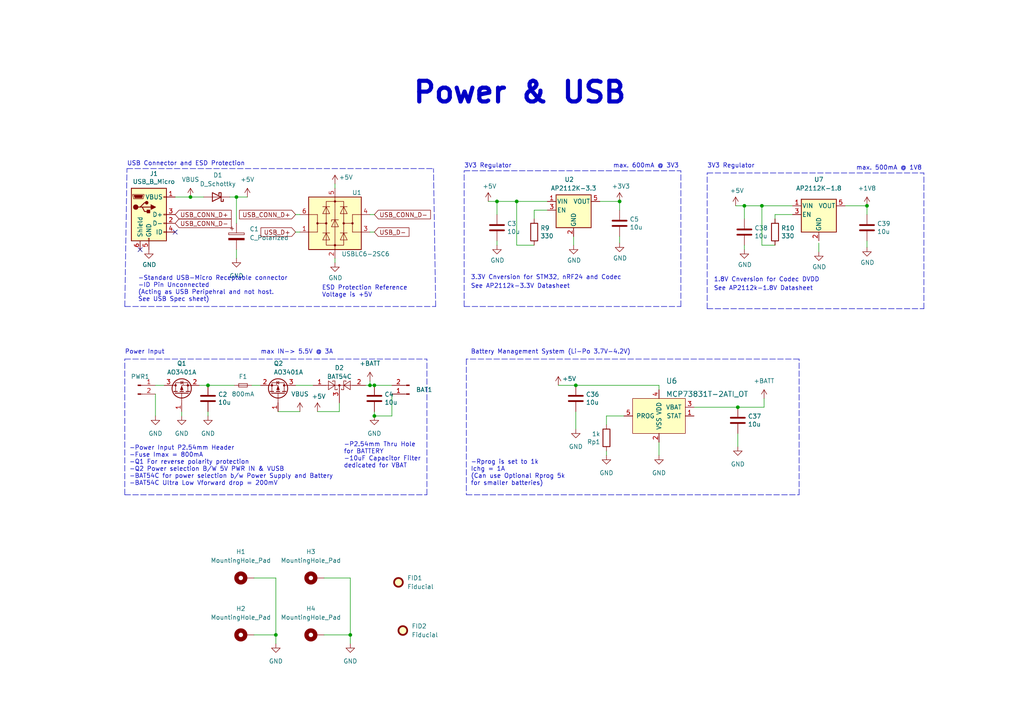
<source format=kicad_sch>
(kicad_sch (version 20211123) (generator eeschema)

  (uuid 2819051b-9ade-462c-b7a1-542efff7f720)

  (paper "A4")

  (title_block
    (title "OpenADSP")
    (rev "V1.1")
    (company "aitesam961")
  )

  (lib_symbols
    (symbol "Connector:Conn_01x02_Male" (pin_names (offset 1.016) hide) (in_bom yes) (on_board yes)
      (property "Reference" "J" (id 0) (at 0 2.54 0)
        (effects (font (size 1.27 1.27)))
      )
      (property "Value" "Conn_01x02_Male" (id 1) (at 0 -5.08 0)
        (effects (font (size 1.27 1.27)))
      )
      (property "Footprint" "" (id 2) (at 0 0 0)
        (effects (font (size 1.27 1.27)) hide)
      )
      (property "Datasheet" "~" (id 3) (at 0 0 0)
        (effects (font (size 1.27 1.27)) hide)
      )
      (property "ki_keywords" "connector" (id 4) (at 0 0 0)
        (effects (font (size 1.27 1.27)) hide)
      )
      (property "ki_description" "Generic connector, single row, 01x02, script generated (kicad-library-utils/schlib/autogen/connector/)" (id 5) (at 0 0 0)
        (effects (font (size 1.27 1.27)) hide)
      )
      (property "ki_fp_filters" "Connector*:*_1x??_*" (id 6) (at 0 0 0)
        (effects (font (size 1.27 1.27)) hide)
      )
      (symbol "Conn_01x02_Male_1_1"
        (polyline
          (pts
            (xy 1.27 -2.54)
            (xy 0.8636 -2.54)
          )
          (stroke (width 0.1524) (type default) (color 0 0 0 0))
          (fill (type none))
        )
        (polyline
          (pts
            (xy 1.27 0)
            (xy 0.8636 0)
          )
          (stroke (width 0.1524) (type default) (color 0 0 0 0))
          (fill (type none))
        )
        (rectangle (start 0.8636 -2.413) (end 0 -2.667)
          (stroke (width 0.1524) (type default) (color 0 0 0 0))
          (fill (type outline))
        )
        (rectangle (start 0.8636 0.127) (end 0 -0.127)
          (stroke (width 0.1524) (type default) (color 0 0 0 0))
          (fill (type outline))
        )
        (pin passive line (at 5.08 0 180) (length 3.81)
          (name "Pin_1" (effects (font (size 1.27 1.27))))
          (number "1" (effects (font (size 1.27 1.27))))
        )
        (pin passive line (at 5.08 -2.54 180) (length 3.81)
          (name "Pin_2" (effects (font (size 1.27 1.27))))
          (number "2" (effects (font (size 1.27 1.27))))
        )
      )
    )
    (symbol "Connector:USB_B_Micro" (pin_names (offset 1.016)) (in_bom yes) (on_board yes)
      (property "Reference" "J" (id 0) (at -5.08 11.43 0)
        (effects (font (size 1.27 1.27)) (justify left))
      )
      (property "Value" "USB_B_Micro" (id 1) (at -5.08 8.89 0)
        (effects (font (size 1.27 1.27)) (justify left))
      )
      (property "Footprint" "" (id 2) (at 3.81 -1.27 0)
        (effects (font (size 1.27 1.27)) hide)
      )
      (property "Datasheet" "~" (id 3) (at 3.81 -1.27 0)
        (effects (font (size 1.27 1.27)) hide)
      )
      (property "ki_keywords" "connector USB micro" (id 4) (at 0 0 0)
        (effects (font (size 1.27 1.27)) hide)
      )
      (property "ki_description" "USB Micro Type B connector" (id 5) (at 0 0 0)
        (effects (font (size 1.27 1.27)) hide)
      )
      (property "ki_fp_filters" "USB*" (id 6) (at 0 0 0)
        (effects (font (size 1.27 1.27)) hide)
      )
      (symbol "USB_B_Micro_0_1"
        (rectangle (start -5.08 -7.62) (end 5.08 7.62)
          (stroke (width 0.254) (type default) (color 0 0 0 0))
          (fill (type background))
        )
        (circle (center -3.81 2.159) (radius 0.635)
          (stroke (width 0.254) (type default) (color 0 0 0 0))
          (fill (type outline))
        )
        (circle (center -0.635 3.429) (radius 0.381)
          (stroke (width 0.254) (type default) (color 0 0 0 0))
          (fill (type outline))
        )
        (rectangle (start -0.127 -7.62) (end 0.127 -6.858)
          (stroke (width 0) (type default) (color 0 0 0 0))
          (fill (type none))
        )
        (polyline
          (pts
            (xy -1.905 2.159)
            (xy 0.635 2.159)
          )
          (stroke (width 0.254) (type default) (color 0 0 0 0))
          (fill (type none))
        )
        (polyline
          (pts
            (xy -3.175 2.159)
            (xy -2.54 2.159)
            (xy -1.27 3.429)
            (xy -0.635 3.429)
          )
          (stroke (width 0.254) (type default) (color 0 0 0 0))
          (fill (type none))
        )
        (polyline
          (pts
            (xy -2.54 2.159)
            (xy -1.905 2.159)
            (xy -1.27 0.889)
            (xy 0 0.889)
          )
          (stroke (width 0.254) (type default) (color 0 0 0 0))
          (fill (type none))
        )
        (polyline
          (pts
            (xy 0.635 2.794)
            (xy 0.635 1.524)
            (xy 1.905 2.159)
            (xy 0.635 2.794)
          )
          (stroke (width 0.254) (type default) (color 0 0 0 0))
          (fill (type outline))
        )
        (polyline
          (pts
            (xy -4.318 5.588)
            (xy -1.778 5.588)
            (xy -2.032 4.826)
            (xy -4.064 4.826)
            (xy -4.318 5.588)
          )
          (stroke (width 0) (type default) (color 0 0 0 0))
          (fill (type outline))
        )
        (polyline
          (pts
            (xy -4.699 5.842)
            (xy -4.699 5.588)
            (xy -4.445 4.826)
            (xy -4.445 4.572)
            (xy -1.651 4.572)
            (xy -1.651 4.826)
            (xy -1.397 5.588)
            (xy -1.397 5.842)
            (xy -4.699 5.842)
          )
          (stroke (width 0) (type default) (color 0 0 0 0))
          (fill (type none))
        )
        (rectangle (start 0.254 1.27) (end -0.508 0.508)
          (stroke (width 0.254) (type default) (color 0 0 0 0))
          (fill (type outline))
        )
        (rectangle (start 5.08 -5.207) (end 4.318 -4.953)
          (stroke (width 0) (type default) (color 0 0 0 0))
          (fill (type none))
        )
        (rectangle (start 5.08 -2.667) (end 4.318 -2.413)
          (stroke (width 0) (type default) (color 0 0 0 0))
          (fill (type none))
        )
        (rectangle (start 5.08 -0.127) (end 4.318 0.127)
          (stroke (width 0) (type default) (color 0 0 0 0))
          (fill (type none))
        )
        (rectangle (start 5.08 4.953) (end 4.318 5.207)
          (stroke (width 0) (type default) (color 0 0 0 0))
          (fill (type none))
        )
      )
      (symbol "USB_B_Micro_1_1"
        (pin power_out line (at 7.62 5.08 180) (length 2.54)
          (name "VBUS" (effects (font (size 1.27 1.27))))
          (number "1" (effects (font (size 1.27 1.27))))
        )
        (pin bidirectional line (at 7.62 -2.54 180) (length 2.54)
          (name "D-" (effects (font (size 1.27 1.27))))
          (number "2" (effects (font (size 1.27 1.27))))
        )
        (pin bidirectional line (at 7.62 0 180) (length 2.54)
          (name "D+" (effects (font (size 1.27 1.27))))
          (number "3" (effects (font (size 1.27 1.27))))
        )
        (pin passive line (at 7.62 -5.08 180) (length 2.54)
          (name "ID" (effects (font (size 1.27 1.27))))
          (number "4" (effects (font (size 1.27 1.27))))
        )
        (pin power_out line (at 0 -10.16 90) (length 2.54)
          (name "GND" (effects (font (size 1.27 1.27))))
          (number "5" (effects (font (size 1.27 1.27))))
        )
        (pin passive line (at -2.54 -10.16 90) (length 2.54)
          (name "Shield" (effects (font (size 1.27 1.27))))
          (number "6" (effects (font (size 1.27 1.27))))
        )
      )
    )
    (symbol "Device:C" (pin_numbers hide) (pin_names (offset 0.254)) (in_bom yes) (on_board yes)
      (property "Reference" "C" (id 0) (at 0.635 2.54 0)
        (effects (font (size 1.27 1.27)) (justify left))
      )
      (property "Value" "C" (id 1) (at 0.635 -2.54 0)
        (effects (font (size 1.27 1.27)) (justify left))
      )
      (property "Footprint" "" (id 2) (at 0.9652 -3.81 0)
        (effects (font (size 1.27 1.27)) hide)
      )
      (property "Datasheet" "~" (id 3) (at 0 0 0)
        (effects (font (size 1.27 1.27)) hide)
      )
      (property "ki_keywords" "cap capacitor" (id 4) (at 0 0 0)
        (effects (font (size 1.27 1.27)) hide)
      )
      (property "ki_description" "Unpolarized capacitor" (id 5) (at 0 0 0)
        (effects (font (size 1.27 1.27)) hide)
      )
      (property "ki_fp_filters" "C_*" (id 6) (at 0 0 0)
        (effects (font (size 1.27 1.27)) hide)
      )
      (symbol "C_0_1"
        (polyline
          (pts
            (xy -2.032 -0.762)
            (xy 2.032 -0.762)
          )
          (stroke (width 0.508) (type default) (color 0 0 0 0))
          (fill (type none))
        )
        (polyline
          (pts
            (xy -2.032 0.762)
            (xy 2.032 0.762)
          )
          (stroke (width 0.508) (type default) (color 0 0 0 0))
          (fill (type none))
        )
      )
      (symbol "C_1_1"
        (pin passive line (at 0 3.81 270) (length 2.794)
          (name "~" (effects (font (size 1.27 1.27))))
          (number "1" (effects (font (size 1.27 1.27))))
        )
        (pin passive line (at 0 -3.81 90) (length 2.794)
          (name "~" (effects (font (size 1.27 1.27))))
          (number "2" (effects (font (size 1.27 1.27))))
        )
      )
    )
    (symbol "Device:C_Polarized" (pin_numbers hide) (pin_names (offset 0.254)) (in_bom yes) (on_board yes)
      (property "Reference" "C" (id 0) (at 0.635 2.54 0)
        (effects (font (size 1.27 1.27)) (justify left))
      )
      (property "Value" "C_Polarized" (id 1) (at 0.635 -2.54 0)
        (effects (font (size 1.27 1.27)) (justify left))
      )
      (property "Footprint" "" (id 2) (at 0.9652 -3.81 0)
        (effects (font (size 1.27 1.27)) hide)
      )
      (property "Datasheet" "~" (id 3) (at 0 0 0)
        (effects (font (size 1.27 1.27)) hide)
      )
      (property "ki_keywords" "cap capacitor" (id 4) (at 0 0 0)
        (effects (font (size 1.27 1.27)) hide)
      )
      (property "ki_description" "Polarized capacitor" (id 5) (at 0 0 0)
        (effects (font (size 1.27 1.27)) hide)
      )
      (property "ki_fp_filters" "CP_*" (id 6) (at 0 0 0)
        (effects (font (size 1.27 1.27)) hide)
      )
      (symbol "C_Polarized_0_1"
        (rectangle (start -2.286 0.508) (end 2.286 1.016)
          (stroke (width 0) (type default) (color 0 0 0 0))
          (fill (type none))
        )
        (polyline
          (pts
            (xy -1.778 2.286)
            (xy -0.762 2.286)
          )
          (stroke (width 0) (type default) (color 0 0 0 0))
          (fill (type none))
        )
        (polyline
          (pts
            (xy -1.27 2.794)
            (xy -1.27 1.778)
          )
          (stroke (width 0) (type default) (color 0 0 0 0))
          (fill (type none))
        )
        (rectangle (start 2.286 -0.508) (end -2.286 -1.016)
          (stroke (width 0) (type default) (color 0 0 0 0))
          (fill (type outline))
        )
      )
      (symbol "C_Polarized_1_1"
        (pin passive line (at 0 3.81 270) (length 2.794)
          (name "~" (effects (font (size 1.27 1.27))))
          (number "1" (effects (font (size 1.27 1.27))))
        )
        (pin passive line (at 0 -3.81 90) (length 2.794)
          (name "~" (effects (font (size 1.27 1.27))))
          (number "2" (effects (font (size 1.27 1.27))))
        )
      )
    )
    (symbol "Device:D_Schottky" (pin_numbers hide) (pin_names (offset 1.016) hide) (in_bom yes) (on_board yes)
      (property "Reference" "D" (id 0) (at 0 2.54 0)
        (effects (font (size 1.27 1.27)))
      )
      (property "Value" "D_Schottky" (id 1) (at 0 -2.54 0)
        (effects (font (size 1.27 1.27)))
      )
      (property "Footprint" "" (id 2) (at 0 0 0)
        (effects (font (size 1.27 1.27)) hide)
      )
      (property "Datasheet" "~" (id 3) (at 0 0 0)
        (effects (font (size 1.27 1.27)) hide)
      )
      (property "ki_keywords" "diode Schottky" (id 4) (at 0 0 0)
        (effects (font (size 1.27 1.27)) hide)
      )
      (property "ki_description" "Schottky diode" (id 5) (at 0 0 0)
        (effects (font (size 1.27 1.27)) hide)
      )
      (property "ki_fp_filters" "TO-???* *_Diode_* *SingleDiode* D_*" (id 6) (at 0 0 0)
        (effects (font (size 1.27 1.27)) hide)
      )
      (symbol "D_Schottky_0_1"
        (polyline
          (pts
            (xy 1.27 0)
            (xy -1.27 0)
          )
          (stroke (width 0) (type default) (color 0 0 0 0))
          (fill (type none))
        )
        (polyline
          (pts
            (xy 1.27 1.27)
            (xy 1.27 -1.27)
            (xy -1.27 0)
            (xy 1.27 1.27)
          )
          (stroke (width 0.254) (type default) (color 0 0 0 0))
          (fill (type none))
        )
        (polyline
          (pts
            (xy -1.905 0.635)
            (xy -1.905 1.27)
            (xy -1.27 1.27)
            (xy -1.27 -1.27)
            (xy -0.635 -1.27)
            (xy -0.635 -0.635)
          )
          (stroke (width 0.254) (type default) (color 0 0 0 0))
          (fill (type none))
        )
      )
      (symbol "D_Schottky_1_1"
        (pin passive line (at -3.81 0 0) (length 2.54)
          (name "K" (effects (font (size 1.27 1.27))))
          (number "1" (effects (font (size 1.27 1.27))))
        )
        (pin passive line (at 3.81 0 180) (length 2.54)
          (name "A" (effects (font (size 1.27 1.27))))
          (number "2" (effects (font (size 1.27 1.27))))
        )
      )
    )
    (symbol "Device:Fuse_Small" (pin_numbers hide) (pin_names (offset 0.254) hide) (in_bom yes) (on_board yes)
      (property "Reference" "F" (id 0) (at 0 -1.524 0)
        (effects (font (size 1.27 1.27)))
      )
      (property "Value" "Fuse_Small" (id 1) (at 0 1.524 0)
        (effects (font (size 1.27 1.27)))
      )
      (property "Footprint" "" (id 2) (at 0 0 0)
        (effects (font (size 1.27 1.27)) hide)
      )
      (property "Datasheet" "~" (id 3) (at 0 0 0)
        (effects (font (size 1.27 1.27)) hide)
      )
      (property "ki_keywords" "fuse" (id 4) (at 0 0 0)
        (effects (font (size 1.27 1.27)) hide)
      )
      (property "ki_description" "Fuse, small symbol" (id 5) (at 0 0 0)
        (effects (font (size 1.27 1.27)) hide)
      )
      (property "ki_fp_filters" "SM*" (id 6) (at 0 0 0)
        (effects (font (size 1.27 1.27)) hide)
      )
      (symbol "Fuse_Small_0_1"
        (rectangle (start -1.27 0.508) (end 1.27 -0.508)
          (stroke (width 0) (type default) (color 0 0 0 0))
          (fill (type none))
        )
        (polyline
          (pts
            (xy -1.27 0)
            (xy 1.27 0)
          )
          (stroke (width 0) (type default) (color 0 0 0 0))
          (fill (type none))
        )
      )
      (symbol "Fuse_Small_1_1"
        (pin passive line (at -2.54 0 0) (length 1.27)
          (name "~" (effects (font (size 1.27 1.27))))
          (number "1" (effects (font (size 1.27 1.27))))
        )
        (pin passive line (at 2.54 0 180) (length 1.27)
          (name "~" (effects (font (size 1.27 1.27))))
          (number "2" (effects (font (size 1.27 1.27))))
        )
      )
    )
    (symbol "Device:R" (pin_numbers hide) (pin_names (offset 0)) (in_bom yes) (on_board yes)
      (property "Reference" "R" (id 0) (at 2.032 0 90)
        (effects (font (size 1.27 1.27)))
      )
      (property "Value" "R" (id 1) (at 0 0 90)
        (effects (font (size 1.27 1.27)))
      )
      (property "Footprint" "" (id 2) (at -1.778 0 90)
        (effects (font (size 1.27 1.27)) hide)
      )
      (property "Datasheet" "~" (id 3) (at 0 0 0)
        (effects (font (size 1.27 1.27)) hide)
      )
      (property "ki_keywords" "R res resistor" (id 4) (at 0 0 0)
        (effects (font (size 1.27 1.27)) hide)
      )
      (property "ki_description" "Resistor" (id 5) (at 0 0 0)
        (effects (font (size 1.27 1.27)) hide)
      )
      (property "ki_fp_filters" "R_*" (id 6) (at 0 0 0)
        (effects (font (size 1.27 1.27)) hide)
      )
      (symbol "R_0_1"
        (rectangle (start -1.016 -2.54) (end 1.016 2.54)
          (stroke (width 0.254) (type default) (color 0 0 0 0))
          (fill (type none))
        )
      )
      (symbol "R_1_1"
        (pin passive line (at 0 3.81 270) (length 1.27)
          (name "~" (effects (font (size 1.27 1.27))))
          (number "1" (effects (font (size 1.27 1.27))))
        )
        (pin passive line (at 0 -3.81 90) (length 1.27)
          (name "~" (effects (font (size 1.27 1.27))))
          (number "2" (effects (font (size 1.27 1.27))))
        )
      )
    )
    (symbol "Diode:BAT54C" (pin_names (offset 1.016)) (in_bom yes) (on_board yes)
      (property "Reference" "D" (id 0) (at 0.635 -3.81 0)
        (effects (font (size 1.27 1.27)) (justify left))
      )
      (property "Value" "BAT54C" (id 1) (at -6.35 3.175 0)
        (effects (font (size 1.27 1.27)) (justify left))
      )
      (property "Footprint" "Package_TO_SOT_SMD:SOT-23" (id 2) (at 1.905 3.175 0)
        (effects (font (size 1.27 1.27)) (justify left) hide)
      )
      (property "Datasheet" "http://www.diodes.com/_files/datasheets/ds11005.pdf" (id 3) (at -2.032 0 0)
        (effects (font (size 1.27 1.27)) hide)
      )
      (property "ki_keywords" "schottky diode common cathode" (id 4) (at 0 0 0)
        (effects (font (size 1.27 1.27)) hide)
      )
      (property "ki_description" "dual schottky barrier diode, common cathode" (id 5) (at 0 0 0)
        (effects (font (size 1.27 1.27)) hide)
      )
      (property "ki_fp_filters" "SOT?23*" (id 6) (at 0 0 0)
        (effects (font (size 1.27 1.27)) hide)
      )
      (symbol "BAT54C_0_1"
        (polyline
          (pts
            (xy -1.905 0)
            (xy 1.905 0)
          )
          (stroke (width 0) (type default) (color 0 0 0 0))
          (fill (type none))
        )
        (polyline
          (pts
            (xy -1.905 1.27)
            (xy -1.905 1.016)
          )
          (stroke (width 0) (type default) (color 0 0 0 0))
          (fill (type none))
        )
        (polyline
          (pts
            (xy -1.27 -1.27)
            (xy -0.635 -1.27)
          )
          (stroke (width 0) (type default) (color 0 0 0 0))
          (fill (type none))
        )
        (polyline
          (pts
            (xy -1.27 0)
            (xy -3.81 0)
          )
          (stroke (width 0) (type default) (color 0 0 0 0))
          (fill (type none))
        )
        (polyline
          (pts
            (xy -1.27 1.27)
            (xy -1.905 1.27)
          )
          (stroke (width 0) (type default) (color 0 0 0 0))
          (fill (type none))
        )
        (polyline
          (pts
            (xy -1.27 1.27)
            (xy -1.27 -1.27)
          )
          (stroke (width 0) (type default) (color 0 0 0 0))
          (fill (type none))
        )
        (polyline
          (pts
            (xy -0.635 -1.27)
            (xy -0.635 -1.016)
          )
          (stroke (width 0) (type default) (color 0 0 0 0))
          (fill (type none))
        )
        (polyline
          (pts
            (xy 0.635 -1.27)
            (xy 0.635 -1.016)
          )
          (stroke (width 0) (type default) (color 0 0 0 0))
          (fill (type none))
        )
        (polyline
          (pts
            (xy 1.27 -1.27)
            (xy 0.635 -1.27)
          )
          (stroke (width 0) (type default) (color 0 0 0 0))
          (fill (type none))
        )
        (polyline
          (pts
            (xy 1.27 1.27)
            (xy 1.27 -1.27)
          )
          (stroke (width 0) (type default) (color 0 0 0 0))
          (fill (type none))
        )
        (polyline
          (pts
            (xy 1.27 1.27)
            (xy 1.905 1.27)
          )
          (stroke (width 0) (type default) (color 0 0 0 0))
          (fill (type none))
        )
        (polyline
          (pts
            (xy 1.905 1.27)
            (xy 1.905 1.016)
          )
          (stroke (width 0) (type default) (color 0 0 0 0))
          (fill (type none))
        )
        (polyline
          (pts
            (xy 3.81 0)
            (xy 1.27 0)
          )
          (stroke (width 0) (type default) (color 0 0 0 0))
          (fill (type none))
        )
        (polyline
          (pts
            (xy -3.175 -1.27)
            (xy -3.175 1.27)
            (xy -1.27 0)
            (xy -3.175 -1.27)
          )
          (stroke (width 0) (type default) (color 0 0 0 0))
          (fill (type none))
        )
        (polyline
          (pts
            (xy 3.175 -1.27)
            (xy 3.175 1.27)
            (xy 1.27 0)
            (xy 3.175 -1.27)
          )
          (stroke (width 0) (type default) (color 0 0 0 0))
          (fill (type none))
        )
        (circle (center 0 0) (radius 0.254)
          (stroke (width 0) (type default) (color 0 0 0 0))
          (fill (type outline))
        )
      )
      (symbol "BAT54C_1_1"
        (pin passive line (at -7.62 0 0) (length 3.81)
          (name "~" (effects (font (size 1.27 1.27))))
          (number "1" (effects (font (size 1.27 1.27))))
        )
        (pin passive line (at 7.62 0 180) (length 3.81)
          (name "~" (effects (font (size 1.27 1.27))))
          (number "2" (effects (font (size 1.27 1.27))))
        )
        (pin passive line (at 0 -5.08 90) (length 5.08)
          (name "~" (effects (font (size 1.27 1.27))))
          (number "3" (effects (font (size 1.27 1.27))))
        )
      )
    )
    (symbol "Mechanical:Fiducial" (in_bom yes) (on_board yes)
      (property "Reference" "FID" (id 0) (at 0 5.08 0)
        (effects (font (size 1.27 1.27)))
      )
      (property "Value" "Fiducial" (id 1) (at 0 3.175 0)
        (effects (font (size 1.27 1.27)))
      )
      (property "Footprint" "" (id 2) (at 0 0 0)
        (effects (font (size 1.27 1.27)) hide)
      )
      (property "Datasheet" "~" (id 3) (at 0 0 0)
        (effects (font (size 1.27 1.27)) hide)
      )
      (property "ki_keywords" "fiducial marker" (id 4) (at 0 0 0)
        (effects (font (size 1.27 1.27)) hide)
      )
      (property "ki_description" "Fiducial Marker" (id 5) (at 0 0 0)
        (effects (font (size 1.27 1.27)) hide)
      )
      (property "ki_fp_filters" "Fiducial*" (id 6) (at 0 0 0)
        (effects (font (size 1.27 1.27)) hide)
      )
      (symbol "Fiducial_0_1"
        (circle (center 0 0) (radius 1.27)
          (stroke (width 0.508) (type default) (color 0 0 0 0))
          (fill (type background))
        )
      )
    )
    (symbol "Mechanical:MountingHole_Pad" (pin_numbers hide) (pin_names (offset 1.016) hide) (in_bom yes) (on_board yes)
      (property "Reference" "H" (id 0) (at 0 6.35 0)
        (effects (font (size 1.27 1.27)))
      )
      (property "Value" "MountingHole_Pad" (id 1) (at 0 4.445 0)
        (effects (font (size 1.27 1.27)))
      )
      (property "Footprint" "" (id 2) (at 0 0 0)
        (effects (font (size 1.27 1.27)) hide)
      )
      (property "Datasheet" "~" (id 3) (at 0 0 0)
        (effects (font (size 1.27 1.27)) hide)
      )
      (property "ki_keywords" "mounting hole" (id 4) (at 0 0 0)
        (effects (font (size 1.27 1.27)) hide)
      )
      (property "ki_description" "Mounting Hole with connection" (id 5) (at 0 0 0)
        (effects (font (size 1.27 1.27)) hide)
      )
      (property "ki_fp_filters" "MountingHole*Pad*" (id 6) (at 0 0 0)
        (effects (font (size 1.27 1.27)) hide)
      )
      (symbol "MountingHole_Pad_0_1"
        (circle (center 0 1.27) (radius 1.27)
          (stroke (width 1.27) (type default) (color 0 0 0 0))
          (fill (type none))
        )
      )
      (symbol "MountingHole_Pad_1_1"
        (pin input line (at 0 -2.54 90) (length 2.54)
          (name "1" (effects (font (size 1.27 1.27))))
          (number "1" (effects (font (size 1.27 1.27))))
        )
      )
    )
    (symbol "Power_Protection:USBLC6-2SC6" (pin_names hide) (in_bom yes) (on_board yes)
      (property "Reference" "U" (id 0) (at 2.54 8.89 0)
        (effects (font (size 1.27 1.27)) (justify left))
      )
      (property "Value" "USBLC6-2SC6" (id 1) (at 2.54 -8.89 0)
        (effects (font (size 1.27 1.27)) (justify left))
      )
      (property "Footprint" "Package_TO_SOT_SMD:SOT-23-6" (id 2) (at 0 -12.7 0)
        (effects (font (size 1.27 1.27)) hide)
      )
      (property "Datasheet" "https://www.st.com/resource/en/datasheet/usblc6-2.pdf" (id 3) (at 5.08 8.89 0)
        (effects (font (size 1.27 1.27)) hide)
      )
      (property "ki_keywords" "usb ethernet video" (id 4) (at 0 0 0)
        (effects (font (size 1.27 1.27)) hide)
      )
      (property "ki_description" "Very low capacitance ESD protection diode, 2 data-line, SOT-23-6" (id 5) (at 0 0 0)
        (effects (font (size 1.27 1.27)) hide)
      )
      (property "ki_fp_filters" "SOT?23*" (id 6) (at 0 0 0)
        (effects (font (size 1.27 1.27)) hide)
      )
      (symbol "USBLC6-2SC6_0_1"
        (rectangle (start -7.62 -7.62) (end 7.62 7.62)
          (stroke (width 0.254) (type default) (color 0 0 0 0))
          (fill (type background))
        )
        (circle (center -5.08 0) (radius 0.254)
          (stroke (width 0) (type default) (color 0 0 0 0))
          (fill (type outline))
        )
        (circle (center -2.54 0) (radius 0.254)
          (stroke (width 0) (type default) (color 0 0 0 0))
          (fill (type outline))
        )
        (rectangle (start -2.54 6.35) (end 2.54 -6.35)
          (stroke (width 0) (type default) (color 0 0 0 0))
          (fill (type none))
        )
        (circle (center 0 -6.35) (radius 0.254)
          (stroke (width 0) (type default) (color 0 0 0 0))
          (fill (type outline))
        )
        (polyline
          (pts
            (xy -5.08 -2.54)
            (xy -7.62 -2.54)
          )
          (stroke (width 0) (type default) (color 0 0 0 0))
          (fill (type none))
        )
        (polyline
          (pts
            (xy -5.08 0)
            (xy -5.08 -2.54)
          )
          (stroke (width 0) (type default) (color 0 0 0 0))
          (fill (type none))
        )
        (polyline
          (pts
            (xy -5.08 2.54)
            (xy -7.62 2.54)
          )
          (stroke (width 0) (type default) (color 0 0 0 0))
          (fill (type none))
        )
        (polyline
          (pts
            (xy -1.524 -2.794)
            (xy -3.556 -2.794)
          )
          (stroke (width 0) (type default) (color 0 0 0 0))
          (fill (type none))
        )
        (polyline
          (pts
            (xy -1.524 4.826)
            (xy -3.556 4.826)
          )
          (stroke (width 0) (type default) (color 0 0 0 0))
          (fill (type none))
        )
        (polyline
          (pts
            (xy 0 -7.62)
            (xy 0 -6.35)
          )
          (stroke (width 0) (type default) (color 0 0 0 0))
          (fill (type none))
        )
        (polyline
          (pts
            (xy 0 -6.35)
            (xy 0 1.27)
          )
          (stroke (width 0) (type default) (color 0 0 0 0))
          (fill (type none))
        )
        (polyline
          (pts
            (xy 0 1.27)
            (xy 0 6.35)
          )
          (stroke (width 0) (type default) (color 0 0 0 0))
          (fill (type none))
        )
        (polyline
          (pts
            (xy 0 6.35)
            (xy 0 7.62)
          )
          (stroke (width 0) (type default) (color 0 0 0 0))
          (fill (type none))
        )
        (polyline
          (pts
            (xy 1.524 -2.794)
            (xy 3.556 -2.794)
          )
          (stroke (width 0) (type default) (color 0 0 0 0))
          (fill (type none))
        )
        (polyline
          (pts
            (xy 1.524 4.826)
            (xy 3.556 4.826)
          )
          (stroke (width 0) (type default) (color 0 0 0 0))
          (fill (type none))
        )
        (polyline
          (pts
            (xy 5.08 -2.54)
            (xy 7.62 -2.54)
          )
          (stroke (width 0) (type default) (color 0 0 0 0))
          (fill (type none))
        )
        (polyline
          (pts
            (xy 5.08 0)
            (xy 5.08 -2.54)
          )
          (stroke (width 0) (type default) (color 0 0 0 0))
          (fill (type none))
        )
        (polyline
          (pts
            (xy 5.08 2.54)
            (xy 7.62 2.54)
          )
          (stroke (width 0) (type default) (color 0 0 0 0))
          (fill (type none))
        )
        (polyline
          (pts
            (xy -2.54 0)
            (xy -5.08 0)
            (xy -5.08 2.54)
          )
          (stroke (width 0) (type default) (color 0 0 0 0))
          (fill (type none))
        )
        (polyline
          (pts
            (xy 2.54 0)
            (xy 5.08 0)
            (xy 5.08 2.54)
          )
          (stroke (width 0) (type default) (color 0 0 0 0))
          (fill (type none))
        )
        (polyline
          (pts
            (xy -3.556 -4.826)
            (xy -1.524 -4.826)
            (xy -2.54 -2.794)
            (xy -3.556 -4.826)
          )
          (stroke (width 0) (type default) (color 0 0 0 0))
          (fill (type none))
        )
        (polyline
          (pts
            (xy -3.556 2.794)
            (xy -1.524 2.794)
            (xy -2.54 4.826)
            (xy -3.556 2.794)
          )
          (stroke (width 0) (type default) (color 0 0 0 0))
          (fill (type none))
        )
        (polyline
          (pts
            (xy -1.016 -1.016)
            (xy 1.016 -1.016)
            (xy 0 1.016)
            (xy -1.016 -1.016)
          )
          (stroke (width 0) (type default) (color 0 0 0 0))
          (fill (type none))
        )
        (polyline
          (pts
            (xy 1.016 1.016)
            (xy 0.762 1.016)
            (xy -1.016 1.016)
            (xy -1.016 0.508)
          )
          (stroke (width 0) (type default) (color 0 0 0 0))
          (fill (type none))
        )
        (polyline
          (pts
            (xy 3.556 -4.826)
            (xy 1.524 -4.826)
            (xy 2.54 -2.794)
            (xy 3.556 -4.826)
          )
          (stroke (width 0) (type default) (color 0 0 0 0))
          (fill (type none))
        )
        (polyline
          (pts
            (xy 3.556 2.794)
            (xy 1.524 2.794)
            (xy 2.54 4.826)
            (xy 3.556 2.794)
          )
          (stroke (width 0) (type default) (color 0 0 0 0))
          (fill (type none))
        )
        (circle (center 0 6.35) (radius 0.254)
          (stroke (width 0) (type default) (color 0 0 0 0))
          (fill (type outline))
        )
        (circle (center 2.54 0) (radius 0.254)
          (stroke (width 0) (type default) (color 0 0 0 0))
          (fill (type outline))
        )
        (circle (center 5.08 0) (radius 0.254)
          (stroke (width 0) (type default) (color 0 0 0 0))
          (fill (type outline))
        )
      )
      (symbol "USBLC6-2SC6_1_1"
        (pin passive line (at -10.16 -2.54 0) (length 2.54)
          (name "I/O1" (effects (font (size 1.27 1.27))))
          (number "1" (effects (font (size 1.27 1.27))))
        )
        (pin passive line (at 0 -10.16 90) (length 2.54)
          (name "GND" (effects (font (size 1.27 1.27))))
          (number "2" (effects (font (size 1.27 1.27))))
        )
        (pin passive line (at 10.16 -2.54 180) (length 2.54)
          (name "I/O2" (effects (font (size 1.27 1.27))))
          (number "3" (effects (font (size 1.27 1.27))))
        )
        (pin passive line (at 10.16 2.54 180) (length 2.54)
          (name "I/O2" (effects (font (size 1.27 1.27))))
          (number "4" (effects (font (size 1.27 1.27))))
        )
        (pin passive line (at 0 10.16 270) (length 2.54)
          (name "VBUS" (effects (font (size 1.27 1.27))))
          (number "5" (effects (font (size 1.27 1.27))))
        )
        (pin passive line (at -10.16 2.54 0) (length 2.54)
          (name "I/O1" (effects (font (size 1.27 1.27))))
          (number "6" (effects (font (size 1.27 1.27))))
        )
      )
    )
    (symbol "Regulator_Linear:AP2112K-1.8" (pin_names (offset 0.254)) (in_bom yes) (on_board yes)
      (property "Reference" "U" (id 0) (at -5.08 5.715 0)
        (effects (font (size 1.27 1.27)) (justify left))
      )
      (property "Value" "AP2112K-1.8" (id 1) (at 0 5.715 0)
        (effects (font (size 1.27 1.27)) (justify left))
      )
      (property "Footprint" "Package_TO_SOT_SMD:SOT-23-5" (id 2) (at 0 8.255 0)
        (effects (font (size 1.27 1.27)) hide)
      )
      (property "Datasheet" "https://www.diodes.com/assets/Datasheets/AP2112.pdf" (id 3) (at 0 2.54 0)
        (effects (font (size 1.27 1.27)) hide)
      )
      (property "ki_keywords" "linear regulator ldo fixed positive" (id 4) (at 0 0 0)
        (effects (font (size 1.27 1.27)) hide)
      )
      (property "ki_description" "600mA low dropout linear regulator, with enable pin, 2.5V-6V input voltage range, 1.8V fixed positive output, SOT-23-5" (id 5) (at 0 0 0)
        (effects (font (size 1.27 1.27)) hide)
      )
      (property "ki_fp_filters" "SOT?23?5*" (id 6) (at 0 0 0)
        (effects (font (size 1.27 1.27)) hide)
      )
      (symbol "AP2112K-1.8_0_1"
        (rectangle (start -5.08 4.445) (end 5.08 -5.08)
          (stroke (width 0.254) (type default) (color 0 0 0 0))
          (fill (type background))
        )
      )
      (symbol "AP2112K-1.8_1_1"
        (pin power_in line (at -7.62 2.54 0) (length 2.54)
          (name "VIN" (effects (font (size 1.27 1.27))))
          (number "1" (effects (font (size 1.27 1.27))))
        )
        (pin power_in line (at 0 -7.62 90) (length 2.54)
          (name "GND" (effects (font (size 1.27 1.27))))
          (number "2" (effects (font (size 1.27 1.27))))
        )
        (pin input line (at -7.62 0 0) (length 2.54)
          (name "EN" (effects (font (size 1.27 1.27))))
          (number "3" (effects (font (size 1.27 1.27))))
        )
        (pin no_connect line (at 5.08 0 180) (length 2.54) hide
          (name "NC" (effects (font (size 1.27 1.27))))
          (number "4" (effects (font (size 1.27 1.27))))
        )
        (pin power_out line (at 7.62 2.54 180) (length 2.54)
          (name "VOUT" (effects (font (size 1.27 1.27))))
          (number "5" (effects (font (size 1.27 1.27))))
        )
      )
    )
    (symbol "Regulator_Linear:AP2112K-3.3" (pin_names (offset 0.254)) (in_bom yes) (on_board yes)
      (property "Reference" "U" (id 0) (at -5.08 5.715 0)
        (effects (font (size 1.27 1.27)) (justify left))
      )
      (property "Value" "AP2112K-3.3" (id 1) (at 0 5.715 0)
        (effects (font (size 1.27 1.27)) (justify left))
      )
      (property "Footprint" "Package_TO_SOT_SMD:SOT-23-5" (id 2) (at 0 8.255 0)
        (effects (font (size 1.27 1.27)) hide)
      )
      (property "Datasheet" "https://www.diodes.com/assets/Datasheets/AP2112.pdf" (id 3) (at 0 2.54 0)
        (effects (font (size 1.27 1.27)) hide)
      )
      (property "ki_keywords" "linear regulator ldo fixed positive" (id 4) (at 0 0 0)
        (effects (font (size 1.27 1.27)) hide)
      )
      (property "ki_description" "600mA low dropout linear regulator, with enable pin, 3.8V-6V input voltage range, 3.3V fixed positive output, SOT-23-5" (id 5) (at 0 0 0)
        (effects (font (size 1.27 1.27)) hide)
      )
      (property "ki_fp_filters" "SOT?23?5*" (id 6) (at 0 0 0)
        (effects (font (size 1.27 1.27)) hide)
      )
      (symbol "AP2112K-3.3_0_1"
        (rectangle (start -5.08 4.445) (end 5.08 -5.08)
          (stroke (width 0.254) (type default) (color 0 0 0 0))
          (fill (type background))
        )
      )
      (symbol "AP2112K-3.3_1_1"
        (pin power_in line (at -7.62 2.54 0) (length 2.54)
          (name "VIN" (effects (font (size 1.27 1.27))))
          (number "1" (effects (font (size 1.27 1.27))))
        )
        (pin power_in line (at 0 -7.62 90) (length 2.54)
          (name "GND" (effects (font (size 1.27 1.27))))
          (number "2" (effects (font (size 1.27 1.27))))
        )
        (pin input line (at -7.62 0 0) (length 2.54)
          (name "EN" (effects (font (size 1.27 1.27))))
          (number "3" (effects (font (size 1.27 1.27))))
        )
        (pin no_connect line (at 5.08 0 180) (length 2.54) hide
          (name "NC" (effects (font (size 1.27 1.27))))
          (number "4" (effects (font (size 1.27 1.27))))
        )
        (pin power_out line (at 7.62 2.54 180) (length 2.54)
          (name "VOUT" (effects (font (size 1.27 1.27))))
          (number "5" (effects (font (size 1.27 1.27))))
        )
      )
    )
    (symbol "Transistor_FET:AO3401A" (pin_names hide) (in_bom yes) (on_board yes)
      (property "Reference" "Q" (id 0) (at 5.08 1.905 0)
        (effects (font (size 1.27 1.27)) (justify left))
      )
      (property "Value" "AO3401A" (id 1) (at 5.08 0 0)
        (effects (font (size 1.27 1.27)) (justify left))
      )
      (property "Footprint" "Package_TO_SOT_SMD:SOT-23" (id 2) (at 5.08 -1.905 0)
        (effects (font (size 1.27 1.27) italic) (justify left) hide)
      )
      (property "Datasheet" "http://www.aosmd.com/pdfs/datasheet/AO3401A.pdf" (id 3) (at 0 0 0)
        (effects (font (size 1.27 1.27)) (justify left) hide)
      )
      (property "ki_keywords" "P-Channel MOSFET" (id 4) (at 0 0 0)
        (effects (font (size 1.27 1.27)) hide)
      )
      (property "ki_description" "-4.0A Id, -30V Vds, P-Channel MOSFET, SOT-23" (id 5) (at 0 0 0)
        (effects (font (size 1.27 1.27)) hide)
      )
      (property "ki_fp_filters" "SOT?23*" (id 6) (at 0 0 0)
        (effects (font (size 1.27 1.27)) hide)
      )
      (symbol "AO3401A_0_1"
        (polyline
          (pts
            (xy 0.254 0)
            (xy -2.54 0)
          )
          (stroke (width 0) (type default) (color 0 0 0 0))
          (fill (type none))
        )
        (polyline
          (pts
            (xy 0.254 1.905)
            (xy 0.254 -1.905)
          )
          (stroke (width 0.254) (type default) (color 0 0 0 0))
          (fill (type none))
        )
        (polyline
          (pts
            (xy 0.762 -1.27)
            (xy 0.762 -2.286)
          )
          (stroke (width 0.254) (type default) (color 0 0 0 0))
          (fill (type none))
        )
        (polyline
          (pts
            (xy 0.762 0.508)
            (xy 0.762 -0.508)
          )
          (stroke (width 0.254) (type default) (color 0 0 0 0))
          (fill (type none))
        )
        (polyline
          (pts
            (xy 0.762 2.286)
            (xy 0.762 1.27)
          )
          (stroke (width 0.254) (type default) (color 0 0 0 0))
          (fill (type none))
        )
        (polyline
          (pts
            (xy 2.54 2.54)
            (xy 2.54 1.778)
          )
          (stroke (width 0) (type default) (color 0 0 0 0))
          (fill (type none))
        )
        (polyline
          (pts
            (xy 2.54 -2.54)
            (xy 2.54 0)
            (xy 0.762 0)
          )
          (stroke (width 0) (type default) (color 0 0 0 0))
          (fill (type none))
        )
        (polyline
          (pts
            (xy 0.762 1.778)
            (xy 3.302 1.778)
            (xy 3.302 -1.778)
            (xy 0.762 -1.778)
          )
          (stroke (width 0) (type default) (color 0 0 0 0))
          (fill (type none))
        )
        (polyline
          (pts
            (xy 2.286 0)
            (xy 1.27 0.381)
            (xy 1.27 -0.381)
            (xy 2.286 0)
          )
          (stroke (width 0) (type default) (color 0 0 0 0))
          (fill (type outline))
        )
        (polyline
          (pts
            (xy 2.794 -0.508)
            (xy 2.921 -0.381)
            (xy 3.683 -0.381)
            (xy 3.81 -0.254)
          )
          (stroke (width 0) (type default) (color 0 0 0 0))
          (fill (type none))
        )
        (polyline
          (pts
            (xy 3.302 -0.381)
            (xy 2.921 0.254)
            (xy 3.683 0.254)
            (xy 3.302 -0.381)
          )
          (stroke (width 0) (type default) (color 0 0 0 0))
          (fill (type none))
        )
        (circle (center 1.651 0) (radius 2.794)
          (stroke (width 0.254) (type default) (color 0 0 0 0))
          (fill (type none))
        )
        (circle (center 2.54 -1.778) (radius 0.254)
          (stroke (width 0) (type default) (color 0 0 0 0))
          (fill (type outline))
        )
        (circle (center 2.54 1.778) (radius 0.254)
          (stroke (width 0) (type default) (color 0 0 0 0))
          (fill (type outline))
        )
      )
      (symbol "AO3401A_1_1"
        (pin input line (at -5.08 0 0) (length 2.54)
          (name "G" (effects (font (size 1.27 1.27))))
          (number "1" (effects (font (size 1.27 1.27))))
        )
        (pin passive line (at 2.54 -5.08 90) (length 2.54)
          (name "S" (effects (font (size 1.27 1.27))))
          (number "2" (effects (font (size 1.27 1.27))))
        )
        (pin passive line (at 2.54 5.08 270) (length 2.54)
          (name "D" (effects (font (size 1.27 1.27))))
          (number "3" (effects (font (size 1.27 1.27))))
        )
      )
    )
    (symbol "dk_PMIC-Battery-Chargers:MCP73831T-2ATI_OT" (pin_names (offset 1.016)) (in_bom yes) (on_board yes)
      (property "Reference" "U" (id 0) (at -5.08 3.556 0)
        (effects (font (size 1.524 1.524)) (justify right))
      )
      (property "Value" "MCP73831T-2ATI_OT" (id 1) (at 0.254 -8.89 0)
        (effects (font (size 1.524 1.524)) (justify left))
      )
      (property "Footprint" "digikey-footprints:SOT-753" (id 2) (at 5.08 5.08 0)
        (effects (font (size 1.524 1.524)) (justify left) hide)
      )
      (property "Datasheet" "http://ww1.microchip.com/downloads/en/DeviceDoc/20001984g.pdf" (id 3) (at 5.08 7.62 0)
        (effects (font (size 1.524 1.524)) (justify left) hide)
      )
      (property "Digi-Key_PN" "MCP73831T-2ATI/OTCT-ND" (id 4) (at 5.08 10.16 0)
        (effects (font (size 1.524 1.524)) (justify left) hide)
      )
      (property "MPN" "MCP73831T-2ATI/OT" (id 5) (at 5.08 12.7 0)
        (effects (font (size 1.524 1.524)) (justify left) hide)
      )
      (property "Category" "Integrated Circuits (ICs)" (id 6) (at 5.08 15.24 0)
        (effects (font (size 1.524 1.524)) (justify left) hide)
      )
      (property "Family" "PMIC - Battery Chargers" (id 7) (at 5.08 17.78 0)
        (effects (font (size 1.524 1.524)) (justify left) hide)
      )
      (property "DK_Datasheet_Link" "http://ww1.microchip.com/downloads/en/DeviceDoc/20001984g.pdf" (id 8) (at 5.08 20.32 0)
        (effects (font (size 1.524 1.524)) (justify left) hide)
      )
      (property "DK_Detail_Page" "/product-detail/en/microchip-technology/MCP73831T-2ATI-OT/MCP73831T-2ATI-OTCT-ND/1979803" (id 9) (at 5.08 22.86 0)
        (effects (font (size 1.524 1.524)) (justify left) hide)
      )
      (property "Description" "IC CONTROLLR LI-ION 4.2V SOT23-5" (id 10) (at 5.08 25.4 0)
        (effects (font (size 1.524 1.524)) (justify left) hide)
      )
      (property "Manufacturer" "Microchip Technology" (id 11) (at 5.08 27.94 0)
        (effects (font (size 1.524 1.524)) (justify left) hide)
      )
      (property "Status" "Active" (id 12) (at 5.08 30.48 0)
        (effects (font (size 1.524 1.524)) (justify left) hide)
      )
      (property "ki_keywords" "MCP73831T-2ATI/OTCT-ND" (id 13) (at 0 0 0)
        (effects (font (size 1.27 1.27)) hide)
      )
      (property "ki_description" "IC CONTROLLR LI-ION 4.2V SOT23-5" (id 14) (at 0 0 0)
        (effects (font (size 1.27 1.27)) hide)
      )
      (symbol "MCP73831T-2ATI_OT_0_1"
        (rectangle (start 7.62 2.54) (end -7.62 -7.62)
          (stroke (width 0) (type default) (color 0 0 0 0))
          (fill (type background))
        )
      )
      (symbol "MCP73831T-2ATI_OT_1_1"
        (pin output line (at 10.16 -2.54 180) (length 2.54)
          (name "STAT" (effects (font (size 1.27 1.27))))
          (number "1" (effects (font (size 1.27 1.27))))
        )
        (pin power_in line (at 0 -10.16 90) (length 2.54)
          (name "VSS" (effects (font (size 1.27 1.27))))
          (number "2" (effects (font (size 1.27 1.27))))
        )
        (pin power_out line (at 10.16 0 180) (length 2.54)
          (name "VBAT" (effects (font (size 1.27 1.27))))
          (number "3" (effects (font (size 1.27 1.27))))
        )
        (pin power_in line (at 0 5.08 270) (length 2.54)
          (name "VDD" (effects (font (size 1.27 1.27))))
          (number "4" (effects (font (size 1.27 1.27))))
        )
        (pin input line (at -10.16 -2.54 0) (length 2.54)
          (name "PROG" (effects (font (size 1.27 1.27))))
          (number "5" (effects (font (size 1.27 1.27))))
        )
      )
    )
    (symbol "power:+1V8" (power) (pin_names (offset 0)) (in_bom yes) (on_board yes)
      (property "Reference" "#PWR" (id 0) (at 0 -3.81 0)
        (effects (font (size 1.27 1.27)) hide)
      )
      (property "Value" "+1V8" (id 1) (at 0 3.556 0)
        (effects (font (size 1.27 1.27)))
      )
      (property "Footprint" "" (id 2) (at 0 0 0)
        (effects (font (size 1.27 1.27)) hide)
      )
      (property "Datasheet" "" (id 3) (at 0 0 0)
        (effects (font (size 1.27 1.27)) hide)
      )
      (property "ki_keywords" "power-flag" (id 4) (at 0 0 0)
        (effects (font (size 1.27 1.27)) hide)
      )
      (property "ki_description" "Power symbol creates a global label with name \"+1V8\"" (id 5) (at 0 0 0)
        (effects (font (size 1.27 1.27)) hide)
      )
      (symbol "+1V8_0_1"
        (polyline
          (pts
            (xy -0.762 1.27)
            (xy 0 2.54)
          )
          (stroke (width 0) (type default) (color 0 0 0 0))
          (fill (type none))
        )
        (polyline
          (pts
            (xy 0 0)
            (xy 0 2.54)
          )
          (stroke (width 0) (type default) (color 0 0 0 0))
          (fill (type none))
        )
        (polyline
          (pts
            (xy 0 2.54)
            (xy 0.762 1.27)
          )
          (stroke (width 0) (type default) (color 0 0 0 0))
          (fill (type none))
        )
      )
      (symbol "+1V8_1_1"
        (pin power_in line (at 0 0 90) (length 0) hide
          (name "+1V8" (effects (font (size 1.27 1.27))))
          (number "1" (effects (font (size 1.27 1.27))))
        )
      )
    )
    (symbol "power:+3V3" (power) (pin_names (offset 0)) (in_bom yes) (on_board yes)
      (property "Reference" "#PWR" (id 0) (at 0 -3.81 0)
        (effects (font (size 1.27 1.27)) hide)
      )
      (property "Value" "+3V3" (id 1) (at 0 3.556 0)
        (effects (font (size 1.27 1.27)))
      )
      (property "Footprint" "" (id 2) (at 0 0 0)
        (effects (font (size 1.27 1.27)) hide)
      )
      (property "Datasheet" "" (id 3) (at 0 0 0)
        (effects (font (size 1.27 1.27)) hide)
      )
      (property "ki_keywords" "power-flag" (id 4) (at 0 0 0)
        (effects (font (size 1.27 1.27)) hide)
      )
      (property "ki_description" "Power symbol creates a global label with name \"+3V3\"" (id 5) (at 0 0 0)
        (effects (font (size 1.27 1.27)) hide)
      )
      (symbol "+3V3_0_1"
        (polyline
          (pts
            (xy -0.762 1.27)
            (xy 0 2.54)
          )
          (stroke (width 0) (type default) (color 0 0 0 0))
          (fill (type none))
        )
        (polyline
          (pts
            (xy 0 0)
            (xy 0 2.54)
          )
          (stroke (width 0) (type default) (color 0 0 0 0))
          (fill (type none))
        )
        (polyline
          (pts
            (xy 0 2.54)
            (xy 0.762 1.27)
          )
          (stroke (width 0) (type default) (color 0 0 0 0))
          (fill (type none))
        )
      )
      (symbol "+3V3_1_1"
        (pin power_in line (at 0 0 90) (length 0) hide
          (name "+3V3" (effects (font (size 1.27 1.27))))
          (number "1" (effects (font (size 1.27 1.27))))
        )
      )
    )
    (symbol "power:+5V" (power) (pin_names (offset 0)) (in_bom yes) (on_board yes)
      (property "Reference" "#PWR" (id 0) (at 0 -3.81 0)
        (effects (font (size 1.27 1.27)) hide)
      )
      (property "Value" "+5V" (id 1) (at 0 3.556 0)
        (effects (font (size 1.27 1.27)))
      )
      (property "Footprint" "" (id 2) (at 0 0 0)
        (effects (font (size 1.27 1.27)) hide)
      )
      (property "Datasheet" "" (id 3) (at 0 0 0)
        (effects (font (size 1.27 1.27)) hide)
      )
      (property "ki_keywords" "power-flag" (id 4) (at 0 0 0)
        (effects (font (size 1.27 1.27)) hide)
      )
      (property "ki_description" "Power symbol creates a global label with name \"+5V\"" (id 5) (at 0 0 0)
        (effects (font (size 1.27 1.27)) hide)
      )
      (symbol "+5V_0_1"
        (polyline
          (pts
            (xy -0.762 1.27)
            (xy 0 2.54)
          )
          (stroke (width 0) (type default) (color 0 0 0 0))
          (fill (type none))
        )
        (polyline
          (pts
            (xy 0 0)
            (xy 0 2.54)
          )
          (stroke (width 0) (type default) (color 0 0 0 0))
          (fill (type none))
        )
        (polyline
          (pts
            (xy 0 2.54)
            (xy 0.762 1.27)
          )
          (stroke (width 0) (type default) (color 0 0 0 0))
          (fill (type none))
        )
      )
      (symbol "+5V_1_1"
        (pin power_in line (at 0 0 90) (length 0) hide
          (name "+5V" (effects (font (size 1.27 1.27))))
          (number "1" (effects (font (size 1.27 1.27))))
        )
      )
    )
    (symbol "power:+BATT" (power) (pin_names (offset 0)) (in_bom yes) (on_board yes)
      (property "Reference" "#PWR" (id 0) (at 0 -3.81 0)
        (effects (font (size 1.27 1.27)) hide)
      )
      (property "Value" "+BATT" (id 1) (at 0 3.556 0)
        (effects (font (size 1.27 1.27)))
      )
      (property "Footprint" "" (id 2) (at 0 0 0)
        (effects (font (size 1.27 1.27)) hide)
      )
      (property "Datasheet" "" (id 3) (at 0 0 0)
        (effects (font (size 1.27 1.27)) hide)
      )
      (property "ki_keywords" "power-flag battery" (id 4) (at 0 0 0)
        (effects (font (size 1.27 1.27)) hide)
      )
      (property "ki_description" "Power symbol creates a global label with name \"+BATT\"" (id 5) (at 0 0 0)
        (effects (font (size 1.27 1.27)) hide)
      )
      (symbol "+BATT_0_1"
        (polyline
          (pts
            (xy -0.762 1.27)
            (xy 0 2.54)
          )
          (stroke (width 0) (type default) (color 0 0 0 0))
          (fill (type none))
        )
        (polyline
          (pts
            (xy 0 0)
            (xy 0 2.54)
          )
          (stroke (width 0) (type default) (color 0 0 0 0))
          (fill (type none))
        )
        (polyline
          (pts
            (xy 0 2.54)
            (xy 0.762 1.27)
          )
          (stroke (width 0) (type default) (color 0 0 0 0))
          (fill (type none))
        )
      )
      (symbol "+BATT_1_1"
        (pin power_in line (at 0 0 90) (length 0) hide
          (name "+BATT" (effects (font (size 1.27 1.27))))
          (number "1" (effects (font (size 1.27 1.27))))
        )
      )
    )
    (symbol "power:GND" (power) (pin_names (offset 0)) (in_bom yes) (on_board yes)
      (property "Reference" "#PWR" (id 0) (at 0 -6.35 0)
        (effects (font (size 1.27 1.27)) hide)
      )
      (property "Value" "GND" (id 1) (at 0 -3.81 0)
        (effects (font (size 1.27 1.27)))
      )
      (property "Footprint" "" (id 2) (at 0 0 0)
        (effects (font (size 1.27 1.27)) hide)
      )
      (property "Datasheet" "" (id 3) (at 0 0 0)
        (effects (font (size 1.27 1.27)) hide)
      )
      (property "ki_keywords" "power-flag" (id 4) (at 0 0 0)
        (effects (font (size 1.27 1.27)) hide)
      )
      (property "ki_description" "Power symbol creates a global label with name \"GND\" , ground" (id 5) (at 0 0 0)
        (effects (font (size 1.27 1.27)) hide)
      )
      (symbol "GND_0_1"
        (polyline
          (pts
            (xy 0 0)
            (xy 0 -1.27)
            (xy 1.27 -1.27)
            (xy 0 -2.54)
            (xy -1.27 -1.27)
            (xy 0 -1.27)
          )
          (stroke (width 0) (type default) (color 0 0 0 0))
          (fill (type none))
        )
      )
      (symbol "GND_1_1"
        (pin power_in line (at 0 0 270) (length 0) hide
          (name "GND" (effects (font (size 1.27 1.27))))
          (number "1" (effects (font (size 1.27 1.27))))
        )
      )
    )
    (symbol "power:VBUS" (power) (pin_names (offset 0)) (in_bom yes) (on_board yes)
      (property "Reference" "#PWR" (id 0) (at 0 -3.81 0)
        (effects (font (size 1.27 1.27)) hide)
      )
      (property "Value" "VBUS" (id 1) (at 0 3.81 0)
        (effects (font (size 1.27 1.27)))
      )
      (property "Footprint" "" (id 2) (at 0 0 0)
        (effects (font (size 1.27 1.27)) hide)
      )
      (property "Datasheet" "" (id 3) (at 0 0 0)
        (effects (font (size 1.27 1.27)) hide)
      )
      (property "ki_keywords" "power-flag" (id 4) (at 0 0 0)
        (effects (font (size 1.27 1.27)) hide)
      )
      (property "ki_description" "Power symbol creates a global label with name \"VBUS\"" (id 5) (at 0 0 0)
        (effects (font (size 1.27 1.27)) hide)
      )
      (symbol "VBUS_0_1"
        (polyline
          (pts
            (xy -0.762 1.27)
            (xy 0 2.54)
          )
          (stroke (width 0) (type default) (color 0 0 0 0))
          (fill (type none))
        )
        (polyline
          (pts
            (xy 0 0)
            (xy 0 2.54)
          )
          (stroke (width 0) (type default) (color 0 0 0 0))
          (fill (type none))
        )
        (polyline
          (pts
            (xy 0 2.54)
            (xy 0.762 1.27)
          )
          (stroke (width 0) (type default) (color 0 0 0 0))
          (fill (type none))
        )
      )
      (symbol "VBUS_1_1"
        (pin power_in line (at 0 0 90) (length 0) hide
          (name "VBUS" (effects (font (size 1.27 1.27))))
          (number "1" (effects (font (size 1.27 1.27))))
        )
      )
    )
  )

  (junction (at 80.01 184.15) (diameter 0) (color 0 0 0 0)
    (uuid 3d704d30-5c8a-47bd-ac09-86d2961aabd1)
  )
  (junction (at 68.58 57.15) (diameter 0) (color 0 0 0 0)
    (uuid 48ac9c7b-de8c-4187-8510-622668a2e61d)
  )
  (junction (at 213.995 118.11) (diameter 0) (color 0 0 0 0)
    (uuid 57643549-17ae-414c-bebc-c31797898c55)
  )
  (junction (at 108.585 120.65) (diameter 0) (color 0 0 0 0)
    (uuid 63b81915-0b40-467d-8568-db9515e8199b)
  )
  (junction (at 60.325 111.76) (diameter 0) (color 0 0 0 0)
    (uuid 66922d0c-d7f1-4a60-bb83-a1802537ba68)
  )
  (junction (at 55.245 57.15) (diameter 0) (color 0 0 0 0)
    (uuid 692453ad-9169-4e97-b3a5-7fc4630af530)
  )
  (junction (at 179.705 58.42) (diameter 0) (color 0 0 0 0)
    (uuid 859287bf-70a0-49aa-bc6e-35a0828148a8)
  )
  (junction (at 144.145 58.42) (diameter 0) (color 0 0 0 0)
    (uuid 9b88d9a4-68db-4b8b-ac43-82cde05e8b27)
  )
  (junction (at 149.86 58.42) (diameter 0) (color 0 0 0 0)
    (uuid 9d9b626f-f162-4eee-8f1d-14345c094fad)
  )
  (junction (at 107.315 111.76) (diameter 0) (color 0 0 0 0)
    (uuid 9f2010f6-13dc-469e-af33-17f06cab0cef)
  )
  (junction (at 251.46 59.69) (diameter 0) (color 0 0 0 0)
    (uuid c2bce053-eb37-42b9-82f7-3e7e01b68996)
  )
  (junction (at 167.005 111.76) (diameter 0) (color 0 0 0 0)
    (uuid c68b0b73-735a-4a1a-b29d-f8ca5b88e7f0)
  )
  (junction (at 101.6 184.15) (diameter 0) (color 0 0 0 0)
    (uuid c8c98b05-f063-49fd-9f5f-53e5e656fdc7)
  )
  (junction (at 108.585 111.76) (diameter 0) (color 0 0 0 0)
    (uuid c9921066-aaa9-417b-8780-3b3b2c715670)
  )
  (junction (at 220.98 59.69) (diameter 0) (color 0 0 0 0)
    (uuid dfac78a8-38b3-490a-af40-e3cc2ae7e57e)
  )
  (junction (at 215.9 59.69) (diameter 0) (color 0 0 0 0)
    (uuid f2488b66-856f-47da-8679-26d28ad4358c)
  )

  (no_connect (at 50.8 67.31) (uuid 079d9eaa-8dac-4dee-b419-a40ee48579b9))
  (no_connect (at 40.64 72.39) (uuid 78e2b4ee-2599-478e-b7e0-78a1029241fd))

  (polyline (pts (xy 267.97 89.535) (xy 267.97 50.165))
    (stroke (width 0) (type default) (color 0 0 0 0))
    (uuid 00e75af2-5f00-4606-8f50-27e9bb974a40)
  )

  (wire (pts (xy 167.005 124.46) (xy 167.005 119.38))
    (stroke (width 0) (type default) (color 0 0 0 0))
    (uuid 01ac31ff-4e7d-4002-9225-6eae1436e183)
  )
  (wire (pts (xy 101.6 184.15) (xy 93.98 184.15))
    (stroke (width 0) (type default) (color 0 0 0 0))
    (uuid 045b2965-2d27-472d-befc-b13ec8c941b2)
  )
  (wire (pts (xy 221.615 115.57) (xy 221.615 118.11))
    (stroke (width 0) (type default) (color 0 0 0 0))
    (uuid 0539eee0-e3b3-4245-a97b-7ada04bd090d)
  )
  (wire (pts (xy 251.46 69.85) (xy 251.46 71.755))
    (stroke (width 0) (type default) (color 0 0 0 0))
    (uuid 05e3d6bd-8b38-4555-ac30-bba908ca1afb)
  )
  (polyline (pts (xy 36.195 88.9) (xy 36.83 48.895))
    (stroke (width 0) (type default) (color 0 0 0 0))
    (uuid 0689bfcf-873e-42fd-8d40-24acec08807d)
  )

  (wire (pts (xy 149.86 71.12) (xy 149.86 58.42))
    (stroke (width 0) (type default) (color 0 0 0 0))
    (uuid 0b71db90-80df-4528-b631-b928fd5c2cbf)
  )
  (wire (pts (xy 108.585 119.38) (xy 108.585 120.65))
    (stroke (width 0) (type default) (color 0 0 0 0))
    (uuid 0b9cbf16-060a-4b3f-9d9d-7fc6b8ebc793)
  )
  (wire (pts (xy 108.585 120.65) (xy 113.665 120.65))
    (stroke (width 0) (type default) (color 0 0 0 0))
    (uuid 0c7d7007-6d03-4a0f-aafb-188b19801e2f)
  )
  (wire (pts (xy 213.995 129.54) (xy 213.995 125.73))
    (stroke (width 0) (type default) (color 0 0 0 0))
    (uuid 0da17985-581e-4698-bc62-9f078ade6715)
  )
  (wire (pts (xy 180.975 120.65) (xy 175.895 120.65))
    (stroke (width 0) (type default) (color 0 0 0 0))
    (uuid 0f101b9b-9084-4b38-8140-e9bbb2f47dd6)
  )
  (polyline (pts (xy 134.62 88.9) (xy 197.485 88.9))
    (stroke (width 0) (type default) (color 0 0 0 0))
    (uuid 0fa4b52e-52d7-4630-9e17-a441f6231ff8)
  )
  (polyline (pts (xy 134.62 49.53) (xy 197.485 49.53))
    (stroke (width 0) (type default) (color 0 0 0 0))
    (uuid 12d06b7c-ebc2-4dc2-a50d-79f8bc602a7e)
  )

  (wire (pts (xy 57.785 111.76) (xy 60.325 111.76))
    (stroke (width 0) (type default) (color 0 0 0 0))
    (uuid 13c0da2a-d330-4cb2-addc-258bbb320dd0)
  )
  (wire (pts (xy 220.98 59.69) (xy 220.98 71.12))
    (stroke (width 0) (type default) (color 0 0 0 0))
    (uuid 147e3f2f-7017-4004-a4c9-d9a373159bff)
  )
  (wire (pts (xy 144.145 69.85) (xy 144.145 71.12))
    (stroke (width 0) (type default) (color 0 0 0 0))
    (uuid 15d1aada-09d4-40b8-bfc4-9555ef2bc816)
  )
  (wire (pts (xy 237.49 70.485) (xy 237.49 73.025))
    (stroke (width 0) (type default) (color 0 0 0 0))
    (uuid 1a0a4e30-35d3-437c-bdc1-2f37759c33c9)
  )
  (wire (pts (xy 229.87 62.23) (xy 224.79 62.23))
    (stroke (width 0) (type default) (color 0 0 0 0))
    (uuid 1ceb0359-7f73-43fc-95c0-e7a2592d9e69)
  )
  (wire (pts (xy 68.58 74.93) (xy 68.58 72.39))
    (stroke (width 0) (type default) (color 0 0 0 0))
    (uuid 1ec004b8-8b45-4bbb-941e-33dae26c3c9e)
  )
  (wire (pts (xy 52.705 119.38) (xy 52.705 120.65))
    (stroke (width 0) (type default) (color 0 0 0 0))
    (uuid 254376d9-14f7-4bc5-aa3c-9ad0241c5cc8)
  )
  (wire (pts (xy 108.585 67.31) (xy 107.315 67.31))
    (stroke (width 0) (type default) (color 0 0 0 0))
    (uuid 26c5f602-bba5-4aa5-9102-b8d4b8966710)
  )
  (wire (pts (xy 80.645 119.38) (xy 86.995 119.38))
    (stroke (width 0) (type default) (color 0 0 0 0))
    (uuid 277b1251-e6a6-4fc1-9212-1baa7e50d422)
  )
  (wire (pts (xy 191.135 128.27) (xy 191.135 132.08))
    (stroke (width 0) (type default) (color 0 0 0 0))
    (uuid 2a138c15-b5ba-42d5-b3a6-5ed7c2526e0a)
  )
  (wire (pts (xy 191.135 111.76) (xy 191.135 113.03))
    (stroke (width 0) (type default) (color 0 0 0 0))
    (uuid 2f59a5e7-1d16-4c20-856a-072a6af60b60)
  )
  (wire (pts (xy 80.01 167.64) (xy 80.01 184.15))
    (stroke (width 0) (type default) (color 0 0 0 0))
    (uuid 301560f8-a088-471d-ba5f-66bf13c3dbc2)
  )
  (wire (pts (xy 161.925 111.76) (xy 167.005 111.76))
    (stroke (width 0) (type default) (color 0 0 0 0))
    (uuid 324dc02f-a95e-4354-b421-f4b8870d075b)
  )
  (polyline (pts (xy 135.255 104.14) (xy 135.255 104.14))
    (stroke (width 0) (type default) (color 0 0 0 0))
    (uuid 3939dd63-37da-45ce-9c32-628e2f4994c0)
  )

  (wire (pts (xy 68.58 57.15) (xy 68.58 64.77))
    (stroke (width 0) (type default) (color 0 0 0 0))
    (uuid 3bd84dd4-75fa-4648-aee7-c42d4682b821)
  )
  (wire (pts (xy 66.675 57.15) (xy 68.58 57.15))
    (stroke (width 0) (type default) (color 0 0 0 0))
    (uuid 3dd8b158-8d9b-48fc-970c-77d947f60980)
  )
  (wire (pts (xy 213.36 59.69) (xy 215.9 59.69))
    (stroke (width 0) (type default) (color 0 0 0 0))
    (uuid 3e2e6512-4933-4eb6-a516-e6ce292cc64a)
  )
  (wire (pts (xy 213.995 118.11) (xy 221.615 118.11))
    (stroke (width 0) (type default) (color 0 0 0 0))
    (uuid 3e9ae3c3-6022-4a52-8bc1-9458c94d47f6)
  )
  (wire (pts (xy 179.705 58.42) (xy 173.99 58.42))
    (stroke (width 0) (type default) (color 0 0 0 0))
    (uuid 42533233-fa75-4c06-b073-2f0aecf72e82)
  )
  (wire (pts (xy 85.725 62.23) (xy 86.995 62.23))
    (stroke (width 0) (type default) (color 0 0 0 0))
    (uuid 4702658c-6922-4549-afb9-0388eababdab)
  )
  (polyline (pts (xy 36.83 48.895) (xy 125.73 48.895))
    (stroke (width 0) (type default) (color 0 0 0 0))
    (uuid 4abec8e0-efbd-4557-a819-66093da4a2c2)
  )

  (wire (pts (xy 75.565 111.76) (xy 73.025 111.76))
    (stroke (width 0) (type default) (color 0 0 0 0))
    (uuid 51737402-7016-473c-856d-70df5e504d69)
  )
  (polyline (pts (xy 205.105 50.165) (xy 267.97 50.165))
    (stroke (width 0) (type default) (color 0 0 0 0))
    (uuid 537b4ec6-5c90-479c-ac29-00f5df9758c0)
  )

  (wire (pts (xy 179.705 60.96) (xy 179.705 58.42))
    (stroke (width 0) (type default) (color 0 0 0 0))
    (uuid 538101e1-520f-4eb1-a0d3-9269ba80a971)
  )
  (wire (pts (xy 251.46 59.69) (xy 251.46 62.23))
    (stroke (width 0) (type default) (color 0 0 0 0))
    (uuid 55718ec6-b736-4767-9f00-7f19ac456e3b)
  )
  (wire (pts (xy 149.86 58.42) (xy 158.75 58.42))
    (stroke (width 0) (type default) (color 0 0 0 0))
    (uuid 560d2e95-2487-4c8f-9929-aeb9b27c3383)
  )
  (wire (pts (xy 144.145 58.42) (xy 144.145 62.23))
    (stroke (width 0) (type default) (color 0 0 0 0))
    (uuid 57343575-7683-49a6-9066-c234c26415e7)
  )
  (wire (pts (xy 45.085 111.76) (xy 47.625 111.76))
    (stroke (width 0) (type default) (color 0 0 0 0))
    (uuid 59bd95f0-c3ae-454a-89a5-abb03153f1f6)
  )
  (wire (pts (xy 55.245 57.15) (xy 50.8 57.15))
    (stroke (width 0) (type default) (color 0 0 0 0))
    (uuid 5de71065-dadf-4ba3-8037-418f0e34cf82)
  )
  (polyline (pts (xy 36.195 143.51) (xy 123.825 143.51))
    (stroke (width 0) (type default) (color 0 0 0 0))
    (uuid 6665f1ac-e4fd-4254-92e8-5e70c9b20cdb)
  )

  (wire (pts (xy 93.98 167.64) (xy 101.6 167.64))
    (stroke (width 0) (type default) (color 0 0 0 0))
    (uuid 6693dfa8-7684-4705-9853-903fe9e4a6fc)
  )
  (wire (pts (xy 60.325 120.65) (xy 60.325 119.38))
    (stroke (width 0) (type default) (color 0 0 0 0))
    (uuid 67e36db7-686e-4984-9095-18ae6e1e5469)
  )
  (wire (pts (xy 73.66 184.15) (xy 80.01 184.15))
    (stroke (width 0) (type default) (color 0 0 0 0))
    (uuid 75d48b1b-5889-42f4-b3a8-ed2818a93dd9)
  )
  (polyline (pts (xy 36.195 104.14) (xy 123.825 104.14))
    (stroke (width 0) (type default) (color 0 0 0 0))
    (uuid 7681fa6d-04c6-4c29-9775-18082a84e907)
  )

  (wire (pts (xy 215.9 59.69) (xy 215.9 63.5))
    (stroke (width 0) (type default) (color 0 0 0 0))
    (uuid 7b8bb07e-0947-47e7-8e32-7d51a89331da)
  )
  (wire (pts (xy 175.895 120.65) (xy 175.895 123.19))
    (stroke (width 0) (type default) (color 0 0 0 0))
    (uuid 7d68664c-a775-46d1-9d0f-047cfb9b532e)
  )
  (wire (pts (xy 215.9 59.69) (xy 220.98 59.69))
    (stroke (width 0) (type default) (color 0 0 0 0))
    (uuid 80e652af-3f07-474f-bf90-34871e456c68)
  )
  (wire (pts (xy 68.58 57.15) (xy 71.755 57.15))
    (stroke (width 0) (type default) (color 0 0 0 0))
    (uuid 822c1fd0-4c1f-424c-833d-385e7f3432e6)
  )
  (wire (pts (xy 113.665 114.3) (xy 113.665 120.65))
    (stroke (width 0) (type default) (color 0 0 0 0))
    (uuid 860590da-18e4-4df6-ba42-0cdb17b204ed)
  )
  (polyline (pts (xy 135.255 104.14) (xy 135.255 143.51))
    (stroke (width 0) (type default) (color 0 0 0 0))
    (uuid 881bd4a0-d974-4262-935c-9b5ec9b26b31)
  )
  (polyline (pts (xy 197.485 88.9) (xy 197.485 49.53))
    (stroke (width 0) (type default) (color 0 0 0 0))
    (uuid 89eaf0c2-503f-4b0a-aea6-7f4afa4f7456)
  )
  (polyline (pts (xy 205.105 89.535) (xy 205.105 50.165))
    (stroke (width 0) (type default) (color 0 0 0 0))
    (uuid 8ba5bf8a-5012-46af-ba1c-b3873151b4f5)
  )
  (polyline (pts (xy 135.255 143.51) (xy 231.775 143.51))
    (stroke (width 0) (type default) (color 0 0 0 0))
    (uuid 8e00ddee-c8a6-4cc3-ab9e-3667e54ff679)
  )

  (wire (pts (xy 166.37 68.58) (xy 166.37 71.12))
    (stroke (width 0) (type default) (color 0 0 0 0))
    (uuid 8fb4f8b8-fcab-4c93-bcf8-425555ad5486)
  )
  (wire (pts (xy 80.01 184.15) (xy 80.01 186.69))
    (stroke (width 0) (type default) (color 0 0 0 0))
    (uuid 8fbbacbe-32c7-46dd-847b-51ef59ba33cb)
  )
  (wire (pts (xy 98.425 119.38) (xy 92.075 119.38))
    (stroke (width 0) (type default) (color 0 0 0 0))
    (uuid 9a314b34-89e5-4d21-ad14-bfa6d9477264)
  )
  (polyline (pts (xy 231.775 143.51) (xy 231.775 104.14))
    (stroke (width 0) (type default) (color 0 0 0 0))
    (uuid 9b495d7b-87d2-42a3-a4ef-09e588b9ef17)
  )

  (wire (pts (xy 108.585 62.23) (xy 107.315 62.23))
    (stroke (width 0) (type default) (color 0 0 0 0))
    (uuid 9e1212fe-59b7-402a-9961-ffed00e944d3)
  )
  (polyline (pts (xy 123.825 143.51) (xy 123.825 104.14))
    (stroke (width 0) (type default) (color 0 0 0 0))
    (uuid a6df8bde-4ba4-44da-a069-493c73311fbb)
  )

  (wire (pts (xy 107.315 111.76) (xy 108.585 111.76))
    (stroke (width 0) (type default) (color 0 0 0 0))
    (uuid a83d9d97-5df8-4e63-8622-44afb03bb00f)
  )
  (wire (pts (xy 59.055 57.15) (xy 55.245 57.15))
    (stroke (width 0) (type default) (color 0 0 0 0))
    (uuid ac39f5d7-b0e9-4401-81d4-7a6275063806)
  )
  (wire (pts (xy 60.325 111.76) (xy 67.945 111.76))
    (stroke (width 0) (type default) (color 0 0 0 0))
    (uuid afebcace-01a6-457f-8258-77ede8b8a3d0)
  )
  (polyline (pts (xy 231.775 104.14) (xy 135.255 104.14))
    (stroke (width 0) (type default) (color 0 0 0 0))
    (uuid b59bcb54-04ab-4a35-9e17-38ec26726e9e)
  )
  (polyline (pts (xy 205.105 89.535) (xy 267.97 89.535))
    (stroke (width 0) (type default) (color 0 0 0 0))
    (uuid c0cb92d3-090a-4742-98e1-767ea2ae8cce)
  )

  (wire (pts (xy 251.46 59.69) (xy 245.11 59.69))
    (stroke (width 0) (type default) (color 0 0 0 0))
    (uuid c0e66000-a46f-4bad-9671-68488e12a3f6)
  )
  (wire (pts (xy 175.895 130.81) (xy 175.895 132.08))
    (stroke (width 0) (type default) (color 0 0 0 0))
    (uuid c135e86e-9ab7-4205-ae84-a1dc7cea905c)
  )
  (wire (pts (xy 158.75 60.96) (xy 154.94 60.96))
    (stroke (width 0) (type default) (color 0 0 0 0))
    (uuid c6e28b09-b1d2-44c3-bbcd-1b6caf0f0b62)
  )
  (polyline (pts (xy 126.365 88.9) (xy 125.73 48.895))
    (stroke (width 0) (type default) (color 0 0 0 0))
    (uuid c7318899-c7a0-4951-9651-b544fd84443b)
  )

  (wire (pts (xy 45.085 114.3) (xy 45.085 120.65))
    (stroke (width 0) (type default) (color 0 0 0 0))
    (uuid c8144e28-2dcf-49f1-a54b-abd24815358e)
  )
  (wire (pts (xy 154.94 60.96) (xy 154.94 63.5))
    (stroke (width 0) (type default) (color 0 0 0 0))
    (uuid cb9d0394-03d7-4268-82f0-5db42ad7de23)
  )
  (wire (pts (xy 144.145 58.42) (xy 149.86 58.42))
    (stroke (width 0) (type default) (color 0 0 0 0))
    (uuid cc71c0f7-8dd6-4909-a737-10c809c152dc)
  )
  (wire (pts (xy 220.98 59.69) (xy 229.87 59.69))
    (stroke (width 0) (type default) (color 0 0 0 0))
    (uuid d096295b-7229-4a08-adae-6ceeb41f0a23)
  )
  (wire (pts (xy 224.79 71.12) (xy 220.98 71.12))
    (stroke (width 0) (type default) (color 0 0 0 0))
    (uuid d50f396d-f584-47a1-9e0e-f7c6902bf120)
  )
  (wire (pts (xy 108.585 111.76) (xy 113.665 111.76))
    (stroke (width 0) (type default) (color 0 0 0 0))
    (uuid d65585d5-f123-4a14-bd7b-20ff6d195a32)
  )
  (wire (pts (xy 179.705 68.58) (xy 179.705 70.485))
    (stroke (width 0) (type default) (color 0 0 0 0))
    (uuid d6905442-e7ca-4550-8a1f-dd6d492eaf61)
  )
  (wire (pts (xy 154.94 71.12) (xy 149.86 71.12))
    (stroke (width 0) (type default) (color 0 0 0 0))
    (uuid df0c28a3-d36e-476f-b95f-4912c3896cd9)
  )
  (wire (pts (xy 97.155 53.34) (xy 97.155 54.61))
    (stroke (width 0) (type default) (color 0 0 0 0))
    (uuid dfbdb54b-16a5-4262-8196-7ab0d159cab8)
  )
  (wire (pts (xy 85.725 111.76) (xy 90.805 111.76))
    (stroke (width 0) (type default) (color 0 0 0 0))
    (uuid e13bb251-30b7-47d6-b7ed-b82f98f169b4)
  )
  (polyline (pts (xy 36.195 143.51) (xy 36.195 104.14))
    (stroke (width 0) (type default) (color 0 0 0 0))
    (uuid e1be3b0b-eded-4fa8-bfb5-bec15644cb90)
  )

  (wire (pts (xy 224.79 62.23) (xy 224.79 63.5))
    (stroke (width 0) (type default) (color 0 0 0 0))
    (uuid e20ea4b5-72a3-4d4d-9bb4-506c005296c7)
  )
  (wire (pts (xy 215.9 71.12) (xy 215.9 72.39))
    (stroke (width 0) (type default) (color 0 0 0 0))
    (uuid e4260af2-0451-4038-8178-278dade1ac1f)
  )
  (wire (pts (xy 73.66 167.64) (xy 80.01 167.64))
    (stroke (width 0) (type default) (color 0 0 0 0))
    (uuid e49b91a5-7c7f-4d38-bfc6-bb54c2cf1589)
  )
  (polyline (pts (xy 134.62 88.9) (xy 134.62 49.53))
    (stroke (width 0) (type default) (color 0 0 0 0))
    (uuid e4d44e75-2fd8-4523-b436-d368f79cdcaa)
  )

  (wire (pts (xy 85.725 67.31) (xy 86.995 67.31))
    (stroke (width 0) (type default) (color 0 0 0 0))
    (uuid e534ae28-63ee-4619-92ba-317d3bf104e4)
  )
  (wire (pts (xy 141.605 58.42) (xy 144.145 58.42))
    (stroke (width 0) (type default) (color 0 0 0 0))
    (uuid e779e8fe-823d-4b16-beb3-812c97f162b3)
  )
  (wire (pts (xy 101.6 184.15) (xy 101.6 186.69))
    (stroke (width 0) (type default) (color 0 0 0 0))
    (uuid ea197a35-6763-4ef4-ba4a-12013335853b)
  )
  (wire (pts (xy 98.425 116.84) (xy 98.425 119.38))
    (stroke (width 0) (type default) (color 0 0 0 0))
    (uuid eaf3a0fe-2a07-4cfd-86eb-475f03562dc0)
  )
  (wire (pts (xy 97.155 76.2) (xy 97.155 74.93))
    (stroke (width 0) (type default) (color 0 0 0 0))
    (uuid edee89b7-6748-465a-a322-cb1182219409)
  )
  (wire (pts (xy 167.005 111.76) (xy 191.135 111.76))
    (stroke (width 0) (type default) (color 0 0 0 0))
    (uuid ef8f50d5-c876-4378-855e-4436962089d3)
  )
  (wire (pts (xy 101.6 167.64) (xy 101.6 184.15))
    (stroke (width 0) (type default) (color 0 0 0 0))
    (uuid f00443f7-c86f-415e-95b1-6fc3929a4ba1)
  )
  (polyline (pts (xy 36.195 88.9) (xy 126.365 88.9))
    (stroke (width 0) (type default) (color 0 0 0 0))
    (uuid f35c1016-cfd4-45b5-822d-4c3036821d0d)
  )

  (wire (pts (xy 201.295 118.11) (xy 213.995 118.11))
    (stroke (width 0) (type default) (color 0 0 0 0))
    (uuid f64546d9-18d9-4776-b20e-fb727b06de64)
  )
  (wire (pts (xy 106.045 111.76) (xy 107.315 111.76))
    (stroke (width 0) (type default) (color 0 0 0 0))
    (uuid f72b8026-52af-4ea0-bbfb-ffdf4026a222)
  )
  (wire (pts (xy 107.315 110.49) (xy 107.315 111.76))
    (stroke (width 0) (type default) (color 0 0 0 0))
    (uuid fe9cb57e-e9ff-4bc2-9c94-27fb6daf6c3b)
  )

  (text "1.8V Cnversion for Codec DVDD" (at 207.01 81.915 0)
    (effects (font (size 1.27 1.27)) (justify left bottom))
    (uuid 011d9602-1772-4762-963c-0fd9e9e36dfa)
  )
  (text "-Rprog is set to 1k\nIchg = 1A\n(Can use Optional Rprog 5k \nfor smaller batteries)"
    (at 136.525 140.97 0)
    (effects (font (size 1.27 1.27)) (justify left bottom))
    (uuid 059c5eaf-81ae-43e2-9823-0de8ebe0befa)
  )
  (text "-P2.54mm Thru Hole \nfor BATTERY\n-10uF Capacitor Filter \ndedicated for VBAT"
    (at 99.695 135.89 0)
    (effects (font (size 1.27 1.27)) (justify left bottom))
    (uuid 0a376063-6339-4af6-81c2-1c1759d56dac)
  )
  (text "-Standard USB-Micro Receptable connector\n-ID Pin Unconnected \n(Acting as USB Peripehral and not host. \nSee USB Spec sheet)"
    (at 40.005 87.63 0)
    (effects (font (size 1.27 1.27)) (justify left bottom))
    (uuid 0b835f2b-4208-4223-ab4e-20f7e001f3fc)
  )
  (text "Power & USB" (at 119.38 30.48 0)
    (effects (font (size 6 6) (thickness 1.2) bold) (justify left bottom))
    (uuid 0efc4817-79bf-4caf-8bf0-9fcd2a93abeb)
  )
  (text "3V3 Regulator" (at 134.62 48.895 0)
    (effects (font (size 1.27 1.27)) (justify left bottom))
    (uuid 12e0df3e-e1e9-4105-8802-897490f36dad)
  )
  (text "max. 500mA @ 1V8" (at 248.285 49.53 0)
    (effects (font (size 1.27 1.27)) (justify left bottom))
    (uuid 190fa90e-ce4f-499a-a7eb-5edd1ab447ca)
  )
  (text "Battery Management System (Li-Po 3.7V-4.2V)" (at 136.525 102.87 0)
    (effects (font (size 1.27 1.27)) (justify left bottom))
    (uuid 1ebfb8b4-7cff-4529-9ddf-b1e8614d2984)
  )
  (text "max. 600mA @ 3V3" (at 177.8 48.895 0)
    (effects (font (size 1.27 1.27)) (justify left bottom))
    (uuid 482e62e4-32a2-493b-b78e-43d40c29d990)
  )
  (text "ESD Protection Reference\nVoltage is +5V" (at 93.345 86.36 0)
    (effects (font (size 1.27 1.27)) (justify left bottom))
    (uuid 4c01abf4-60e0-451e-b736-f3b2b12bef82)
  )
  (text "See AP2112k-1.8V Datasheet\n" (at 207.01 84.455 0)
    (effects (font (size 1.27 1.27)) (justify left bottom))
    (uuid 4dbdf7a1-691d-4bbf-bfc5-aba14fd232f1)
  )
  (text "3V3 Regulator" (at 205.105 48.895 0)
    (effects (font (size 1.27 1.27)) (justify left bottom))
    (uuid 5f973a12-4331-4f5d-bb5c-ad4467d7ca5c)
  )
  (text "3.3V Cnversion for STM32, nRF24 and Codec" (at 136.525 81.28 0)
    (effects (font (size 1.27 1.27)) (justify left bottom))
    (uuid 68a14de6-6278-43c0-b507-1d4e8ae3b099)
  )
  (text "USB Connector and ESD Protection" (at 36.83 48.26 0)
    (effects (font (size 1.27 1.27)) (justify left bottom))
    (uuid 98039363-d021-498d-94a6-64944829ec57)
  )
  (text "Power Input" (at 36.195 102.87 0)
    (effects (font (size 1.27 1.27)) (justify left bottom))
    (uuid c1c8bbfd-f76c-4612-8881-ea029b905e1e)
  )
  (text "See AP2112k-3.3V Datasheet\n" (at 136.525 83.82 0)
    (effects (font (size 1.27 1.27)) (justify left bottom))
    (uuid cf7081de-7c47-4046-9183-87f5b723dc98)
  )
  (text "-Power Input P2.54mm Header\n-Fuse Imax = 800mA\n-Q1 For reverse polarity protection\n-Q2 Power selection B/W 5V PWR IN & VUSB\n-BAT54C for power selection b/w Power Supply and Battery\n-BAT54C Ultra Low Vforward drop = 200mV"
    (at 37.465 140.97 0)
    (effects (font (size 1.27 1.27)) (justify left bottom))
    (uuid f901acdf-bb9c-487e-8f82-85848c570679)
  )
  (text "max IN-> 5.5V @ 3A" (at 75.565 102.87 0)
    (effects (font (size 1.27 1.27)) (justify left bottom))
    (uuid fee2bc20-0c84-4bb0-be1f-0795d682f6d1)
  )

  (global_label "USB_D+" (shape input) (at 85.725 67.31 180) (fields_autoplaced)
    (effects (font (size 1.27 1.27)) (justify right))
    (uuid 0894016f-6273-496b-b6ba-fb25d4e8da71)
    (property "Intersheet References" "${INTERSHEET_REFS}" (id 0) (at -59.69 23.495 0)
      (effects (font (size 1.27 1.27)) hide)
    )
  )
  (global_label "USB_CONN_D+" (shape input) (at 85.725 62.23 180) (fields_autoplaced)
    (effects (font (size 1.27 1.27)) (justify right))
    (uuid 0dcfffdb-6f41-4669-bbbc-9b8a801e58ea)
    (property "Intersheet References" "${INTERSHEET_REFS}" (id 0) (at -59.69 23.495 0)
      (effects (font (size 1.27 1.27)) hide)
    )
  )
  (global_label "USB_CONN_D-" (shape input) (at 108.585 62.23 0) (fields_autoplaced)
    (effects (font (size 1.27 1.27)) (justify left))
    (uuid 8ea2a689-9b38-41ea-b37b-15831330aff5)
    (property "Intersheet References" "${INTERSHEET_REFS}" (id 0) (at -62.23 23.495 0)
      (effects (font (size 1.27 1.27)) hide)
    )
  )
  (global_label "USB_CONN_D+" (shape input) (at 50.8 62.23 0) (fields_autoplaced)
    (effects (font (size 1.27 1.27)) (justify left))
    (uuid 98dcf3e5-e77e-48e3-96ab-6a3e667ea789)
    (property "Intersheet References" "${INTERSHEET_REFS}" (id 0) (at -60.96 23.495 0)
      (effects (font (size 1.27 1.27)) hide)
    )
  )
  (global_label "USB_D-" (shape input) (at 108.585 67.31 0) (fields_autoplaced)
    (effects (font (size 1.27 1.27)) (justify left))
    (uuid aa1231ff-1708-4eec-be9f-d1f82ca30350)
    (property "Intersheet References" "${INTERSHEET_REFS}" (id 0) (at -62.23 23.495 0)
      (effects (font (size 1.27 1.27)) hide)
    )
  )
  (global_label "USB_CONN_D-" (shape input) (at 50.8 64.77 0) (fields_autoplaced)
    (effects (font (size 1.27 1.27)) (justify left))
    (uuid c604b11d-fb2e-4bf2-94db-a98bc6e97cdf)
    (property "Intersheet References" "${INTERSHEET_REFS}" (id 0) (at -60.96 23.495 0)
      (effects (font (size 1.27 1.27)) hide)
    )
  )

  (symbol (lib_id "Regulator_Linear:AP2112K-1.8") (at 237.49 62.23 0) (unit 1)
    (in_bom yes) (on_board yes) (fields_autoplaced)
    (uuid 0322b512-a1c6-416e-9208-d81272cffb22)
    (property "Reference" "U7" (id 0) (at 237.49 52.07 0))
    (property "Value" "AP2112K-1.8" (id 1) (at 237.49 54.61 0))
    (property "Footprint" "Package_TO_SOT_SMD:SOT-23-5" (id 2) (at 237.49 53.975 0)
      (effects (font (size 1.27 1.27)) hide)
    )
    (property "Datasheet" "https://www.diodes.com/assets/Datasheets/AP2112.pdf" (id 3) (at 237.49 59.69 0)
      (effects (font (size 1.27 1.27)) hide)
    )
    (pin "1" (uuid c9a732a8-12f4-4639-a588-fc10e77050f9))
    (pin "2" (uuid 4ff3cc97-1fab-493a-9c3d-fd784825ca6f))
    (pin "3" (uuid 0f83667d-6139-4f22-b4ef-bff863cc7a38))
    (pin "4" (uuid 260cfef3-6bc7-4636-95a6-aa7f5d3a3f2a))
    (pin "5" (uuid eaffb88b-4ffe-42bc-9483-6d8a8f8bdb25))
  )

  (symbol (lib_id "power:GND") (at 45.085 120.65 0) (unit 1)
    (in_bom yes) (on_board yes) (fields_autoplaced)
    (uuid 04a0fa65-5cb1-4372-8236-f478c9ba3877)
    (property "Reference" "#PWR0112" (id 0) (at 45.085 127 0)
      (effects (font (size 1.27 1.27)) hide)
    )
    (property "Value" "GND" (id 1) (at 45.085 125.73 0))
    (property "Footprint" "" (id 2) (at 45.085 120.65 0)
      (effects (font (size 1.27 1.27)) hide)
    )
    (property "Datasheet" "" (id 3) (at 45.085 120.65 0)
      (effects (font (size 1.27 1.27)) hide)
    )
    (pin "1" (uuid ce65444e-a505-42b8-b383-8c923cb5a9ee))
  )

  (symbol (lib_id "Connector:USB_B_Micro") (at 43.18 62.23 0) (unit 1)
    (in_bom yes) (on_board yes)
    (uuid 04e5ed20-10ab-4c0c-b35a-759231b94729)
    (property "Reference" "J1" (id 0) (at 44.6278 50.3682 0))
    (property "Value" "USB_B_Micro" (id 1) (at 44.6278 52.6796 0))
    (property "Footprint" "Connector_USB:USB_Micro-B_Wuerth_629105150521" (id 2) (at 46.99 63.5 0)
      (effects (font (size 1.27 1.27)) hide)
    )
    (property "Datasheet" "~" (id 3) (at 46.99 63.5 0)
      (effects (font (size 1.27 1.27)) hide)
    )
    (pin "1" (uuid 3627ef01-cb27-4542-83f7-7eb4477d383c))
    (pin "2" (uuid 7a8b4218-cf0b-4723-a0fd-c1cd6e2d3f3a))
    (pin "3" (uuid 5aecb892-a131-4317-b1c5-4d70ae8ea6a8))
    (pin "4" (uuid 092e5bcd-02fe-4069-908e-81f92cda0e00))
    (pin "5" (uuid af8c7979-0d1f-4d56-97a6-649517dd7be8))
    (pin "6" (uuid 5a98a965-e1a4-46bb-82b4-a36569d8b289))
  )

  (symbol (lib_id "Device:C") (at 213.995 121.92 0) (unit 1)
    (in_bom yes) (on_board yes)
    (uuid 0690ebda-31ae-44c6-a076-f76c9a9da0b4)
    (property "Reference" "C37" (id 0) (at 216.916 120.7516 0)
      (effects (font (size 1.27 1.27)) (justify left))
    )
    (property "Value" "10u" (id 1) (at 216.916 123.063 0)
      (effects (font (size 1.27 1.27)) (justify left))
    )
    (property "Footprint" "Capacitor_SMD:C_0603_1608Metric" (id 2) (at 214.9602 125.73 0)
      (effects (font (size 1.27 1.27)) hide)
    )
    (property "Datasheet" "~" (id 3) (at 213.995 121.92 0)
      (effects (font (size 1.27 1.27)) hide)
    )
    (pin "1" (uuid 4aac3be3-486c-41eb-aae3-95f8352b1b07))
    (pin "2" (uuid 2ba6d815-0b61-4742-aaa5-b4fc2a552f57))
  )

  (symbol (lib_id "Transistor_FET:AO3401A") (at 52.705 114.3 90) (unit 1)
    (in_bom yes) (on_board yes)
    (uuid 155b1b11-e3dc-414f-9242-d9c4f6e548b1)
    (property "Reference" "Q1" (id 0) (at 52.705 105.41 90))
    (property "Value" "AO3401A" (id 1) (at 52.705 107.95 90))
    (property "Footprint" "Package_TO_SOT_SMD:SOT-23" (id 2) (at 54.61 109.22 0)
      (effects (font (size 1.27 1.27) italic) (justify left) hide)
    )
    (property "Datasheet" "http://www.aosmd.com/pdfs/datasheet/AO3401A.pdf" (id 3) (at 52.705 114.3 0)
      (effects (font (size 1.27 1.27)) (justify left) hide)
    )
    (pin "1" (uuid 2bcf8623-2c74-4d75-a3e8-0fb28f0dca78))
    (pin "2" (uuid 08ac2356-905c-4e35-b463-2b38e37a2b06))
    (pin "3" (uuid 044afffb-0c29-4a4e-bd8d-f9b251993d95))
  )

  (symbol (lib_id "Device:Fuse_Small") (at 70.485 111.76 0) (unit 1)
    (in_bom yes) (on_board yes)
    (uuid 27ba751e-de20-4a06-9951-2769caffe7bd)
    (property "Reference" "F1" (id 0) (at 70.485 109.22 0))
    (property "Value" "800mA" (id 1) (at 70.485 114.3 0))
    (property "Footprint" "Fuse:Fuse_0603_1608Metric" (id 2) (at 70.485 111.76 0)
      (effects (font (size 1.27 1.27)) hide)
    )
    (property "Datasheet" "~" (id 3) (at 70.485 111.76 0)
      (effects (font (size 1.27 1.27)) hide)
    )
    (pin "1" (uuid aef5d748-c949-4428-94e4-ff60d545d05f))
    (pin "2" (uuid d39e261c-6d43-4c06-a83a-a29bb1004b7c))
  )

  (symbol (lib_id "Transistor_FET:AO3401A") (at 80.645 114.3 270) (mirror x) (unit 1)
    (in_bom yes) (on_board yes)
    (uuid 2ff73866-5a99-4ae1-8538-4445670d6491)
    (property "Reference" "Q2" (id 0) (at 79.375 105.41 90)
      (effects (font (size 1.27 1.27)) (justify left))
    )
    (property "Value" "AO3401A" (id 1) (at 79.375 107.95 90)
      (effects (font (size 1.27 1.27)) (justify left))
    )
    (property "Footprint" "Package_TO_SOT_SMD:SOT-23" (id 2) (at 78.74 109.22 0)
      (effects (font (size 1.27 1.27) italic) (justify left) hide)
    )
    (property "Datasheet" "http://www.aosmd.com/pdfs/datasheet/AO3401A.pdf" (id 3) (at 80.645 114.3 0)
      (effects (font (size 1.27 1.27)) (justify left) hide)
    )
    (pin "1" (uuid dbf4f129-738c-445d-aaea-ad30faf611d5))
    (pin "2" (uuid b042da8a-a3ae-4bc3-9181-443b86ac3680))
    (pin "3" (uuid 7e77deba-ed8a-4f68-aae4-5c5f3d81319d))
  )

  (symbol (lib_id "Mechanical:Fiducial") (at 115.57 168.91 0) (unit 1)
    (in_bom yes) (on_board yes) (fields_autoplaced)
    (uuid 354a5480-67fd-4996-bf04-ed7da4cfc635)
    (property "Reference" "FID1" (id 0) (at 118.11 167.6399 0)
      (effects (font (size 1.27 1.27)) (justify left))
    )
    (property "Value" "Fiducial" (id 1) (at 118.11 170.1799 0)
      (effects (font (size 1.27 1.27)) (justify left))
    )
    (property "Footprint" "Fiducial:Fiducial_0.75mm_Mask1.5mm" (id 2) (at 115.57 168.91 0)
      (effects (font (size 1.27 1.27)) hide)
    )
    (property "Datasheet" "~" (id 3) (at 115.57 168.91 0)
      (effects (font (size 1.27 1.27)) hide)
    )
  )

  (symbol (lib_id "power:GND") (at 43.18 72.39 0) (unit 1)
    (in_bom yes) (on_board yes)
    (uuid 357daace-1464-4761-9da6-a2040869ac1c)
    (property "Reference" "#PWR0109" (id 0) (at 43.18 78.74 0)
      (effects (font (size 1.27 1.27)) hide)
    )
    (property "Value" "GND" (id 1) (at 43.307 76.7842 0))
    (property "Footprint" "" (id 2) (at 43.18 72.39 0)
      (effects (font (size 1.27 1.27)) hide)
    )
    (property "Datasheet" "" (id 3) (at 43.18 72.39 0)
      (effects (font (size 1.27 1.27)) hide)
    )
    (pin "1" (uuid b00ea15e-f637-4b8d-9fc4-503d9eb90893))
  )

  (symbol (lib_id "Mechanical:MountingHole_Pad") (at 71.12 184.15 90) (unit 1)
    (in_bom yes) (on_board yes) (fields_autoplaced)
    (uuid 3c1998a4-bc76-4c93-b78e-8e3758272ae8)
    (property "Reference" "H2" (id 0) (at 69.85 176.53 90))
    (property "Value" "MountingHole_Pad" (id 1) (at 69.85 179.07 90))
    (property "Footprint" "MountingHole:MountingHole_2.5mm_Pad_Via" (id 2) (at 71.12 184.15 0)
      (effects (font (size 1.27 1.27)) hide)
    )
    (property "Datasheet" "~" (id 3) (at 71.12 184.15 0)
      (effects (font (size 1.27 1.27)) hide)
    )
    (pin "1" (uuid 899e0782-5cae-4de4-a340-f77220841793))
  )

  (symbol (lib_id "power:GND") (at 80.01 186.69 0) (unit 1)
    (in_bom yes) (on_board yes) (fields_autoplaced)
    (uuid 42bfb220-d2d7-4368-b169-8d098342f992)
    (property "Reference" "#PWR01" (id 0) (at 80.01 193.04 0)
      (effects (font (size 1.27 1.27)) hide)
    )
    (property "Value" "GND" (id 1) (at 80.01 191.77 0))
    (property "Footprint" "" (id 2) (at 80.01 186.69 0)
      (effects (font (size 1.27 1.27)) hide)
    )
    (property "Datasheet" "" (id 3) (at 80.01 186.69 0)
      (effects (font (size 1.27 1.27)) hide)
    )
    (pin "1" (uuid bbe25420-564f-40ca-9e31-f11405ee7897))
  )

  (symbol (lib_id "Device:R") (at 224.79 67.31 0) (unit 1)
    (in_bom yes) (on_board yes)
    (uuid 47f46c42-8f02-4c84-b381-cbe146ebc196)
    (property "Reference" "R10" (id 0) (at 226.568 66.1416 0)
      (effects (font (size 1.27 1.27)) (justify left))
    )
    (property "Value" "330" (id 1) (at 226.568 68.453 0)
      (effects (font (size 1.27 1.27)) (justify left))
    )
    (property "Footprint" "Resistor_SMD:R_0402_1005Metric" (id 2) (at 223.012 67.31 90)
      (effects (font (size 1.27 1.27)) hide)
    )
    (property "Datasheet" "~" (id 3) (at 224.79 67.31 0)
      (effects (font (size 1.27 1.27)) hide)
    )
    (pin "1" (uuid ef40d4eb-0678-4fdd-9e23-feaebf0c9ad6))
    (pin "2" (uuid 88047cbf-3ef7-4aac-b0c1-aa62712c4263))
  )

  (symbol (lib_id "power:GND") (at 175.895 132.08 0) (unit 1)
    (in_bom yes) (on_board yes) (fields_autoplaced)
    (uuid 493b2804-403a-4cb2-aa7b-040293e72c0c)
    (property "Reference" "#PWR0170" (id 0) (at 175.895 138.43 0)
      (effects (font (size 1.27 1.27)) hide)
    )
    (property "Value" "GND" (id 1) (at 175.895 137.16 0))
    (property "Footprint" "" (id 2) (at 175.895 132.08 0)
      (effects (font (size 1.27 1.27)) hide)
    )
    (property "Datasheet" "" (id 3) (at 175.895 132.08 0)
      (effects (font (size 1.27 1.27)) hide)
    )
    (pin "1" (uuid 5c38012c-0eea-4ff9-9527-6defeaacbb60))
  )

  (symbol (lib_id "Mechanical:Fiducial") (at 116.84 182.88 0) (unit 1)
    (in_bom yes) (on_board yes) (fields_autoplaced)
    (uuid 4b2584c9-ab65-41c1-b55f-e357a8baf7fc)
    (property "Reference" "FID2" (id 0) (at 119.38 181.6099 0)
      (effects (font (size 1.27 1.27)) (justify left))
    )
    (property "Value" "Fiducial" (id 1) (at 119.38 184.1499 0)
      (effects (font (size 1.27 1.27)) (justify left))
    )
    (property "Footprint" "Fiducial:Fiducial_0.75mm_Mask1.5mm" (id 2) (at 116.84 182.88 0)
      (effects (font (size 1.27 1.27)) hide)
    )
    (property "Datasheet" "~" (id 3) (at 116.84 182.88 0)
      (effects (font (size 1.27 1.27)) hide)
    )
  )

  (symbol (lib_id "power:GND") (at 52.705 120.65 0) (unit 1)
    (in_bom yes) (on_board yes) (fields_autoplaced)
    (uuid 5e6eea7d-5c06-494c-91ce-420d263a22fa)
    (property "Reference" "#PWR0113" (id 0) (at 52.705 127 0)
      (effects (font (size 1.27 1.27)) hide)
    )
    (property "Value" "GND" (id 1) (at 52.705 125.73 0))
    (property "Footprint" "" (id 2) (at 52.705 120.65 0)
      (effects (font (size 1.27 1.27)) hide)
    )
    (property "Datasheet" "" (id 3) (at 52.705 120.65 0)
      (effects (font (size 1.27 1.27)) hide)
    )
    (pin "1" (uuid 9e6e3ded-700a-475b-bc5d-3ecec9e707f4))
  )

  (symbol (lib_id "Device:C") (at 251.46 66.04 0) (unit 1)
    (in_bom yes) (on_board yes)
    (uuid 619e8c37-81d5-45e2-9351-bdb261b1c2eb)
    (property "Reference" "C39" (id 0) (at 254.381 64.8716 0)
      (effects (font (size 1.27 1.27)) (justify left))
    )
    (property "Value" "10u" (id 1) (at 254.381 67.183 0)
      (effects (font (size 1.27 1.27)) (justify left))
    )
    (property "Footprint" "Capacitor_SMD:C_0603_1608Metric" (id 2) (at 252.4252 69.85 0)
      (effects (font (size 1.27 1.27)) hide)
    )
    (property "Datasheet" "~" (id 3) (at 251.46 66.04 0)
      (effects (font (size 1.27 1.27)) hide)
    )
    (pin "1" (uuid c548655f-947c-45c7-b165-5ac8ba18730a))
    (pin "2" (uuid f5112ab1-3ad4-4a3b-ad07-0376936714ad))
  )

  (symbol (lib_id "power:GND") (at 251.46 71.755 0) (unit 1)
    (in_bom yes) (on_board yes)
    (uuid 6331d746-d3b6-4be0-8f19-41ae837fd214)
    (property "Reference" "#PWR0163" (id 0) (at 251.46 78.105 0)
      (effects (font (size 1.27 1.27)) hide)
    )
    (property "Value" "GND" (id 1) (at 251.587 76.1492 0))
    (property "Footprint" "" (id 2) (at 251.46 71.755 0)
      (effects (font (size 1.27 1.27)) hide)
    )
    (property "Datasheet" "" (id 3) (at 251.46 71.755 0)
      (effects (font (size 1.27 1.27)) hide)
    )
    (pin "1" (uuid 8110d5ea-9951-41dc-aa13-c2db002083f2))
  )

  (symbol (lib_id "Device:C") (at 167.005 115.57 0) (unit 1)
    (in_bom yes) (on_board yes)
    (uuid 6600e212-2a4f-455a-b6c8-ff91ca8361d8)
    (property "Reference" "C36" (id 0) (at 169.926 114.4016 0)
      (effects (font (size 1.27 1.27)) (justify left))
    )
    (property "Value" "10u" (id 1) (at 169.926 116.713 0)
      (effects (font (size 1.27 1.27)) (justify left))
    )
    (property "Footprint" "Capacitor_SMD:C_0603_1608Metric" (id 2) (at 167.9702 119.38 0)
      (effects (font (size 1.27 1.27)) hide)
    )
    (property "Datasheet" "~" (id 3) (at 167.005 115.57 0)
      (effects (font (size 1.27 1.27)) hide)
    )
    (pin "1" (uuid 8df7123d-6b8c-43d3-bab6-63bdf3940053))
    (pin "2" (uuid b0688afd-04ef-460a-96a5-882bc5831af0))
  )

  (symbol (lib_id "power:GND") (at 97.155 76.2 0) (unit 1)
    (in_bom yes) (on_board yes)
    (uuid 66dc00c7-9c9f-429a-9534-2a4e62db85cf)
    (property "Reference" "#PWR0102" (id 0) (at 97.155 82.55 0)
      (effects (font (size 1.27 1.27)) hide)
    )
    (property "Value" "GND" (id 1) (at 97.282 80.5942 0))
    (property "Footprint" "" (id 2) (at 97.155 76.2 0)
      (effects (font (size 1.27 1.27)) hide)
    )
    (property "Datasheet" "" (id 3) (at 97.155 76.2 0)
      (effects (font (size 1.27 1.27)) hide)
    )
    (pin "1" (uuid 4d19fd1e-fff0-4cee-84e9-0287422187cf))
  )

  (symbol (lib_id "Connector:Conn_01x02_Male") (at 118.745 114.3 180) (unit 1)
    (in_bom yes) (on_board yes) (fields_autoplaced)
    (uuid 67d9b56a-83cf-4a23-b9f8-446d0fb056cb)
    (property "Reference" "BAT1" (id 0) (at 120.65 113.0299 0)
      (effects (font (size 1.27 1.27)) (justify right))
    )
    (property "Value" "Conn_01x02_Male" (id 1) (at 118.11 116.84 0)
      (effects (font (size 1.27 1.27)) hide)
    )
    (property "Footprint" "Connector_PinHeader_2.54mm:PinHeader_1x02_P2.54mm_Vertical" (id 2) (at 118.745 114.3 0)
      (effects (font (size 1.27 1.27)) hide)
    )
    (property "Datasheet" "~" (id 3) (at 118.745 114.3 0)
      (effects (font (size 1.27 1.27)) hide)
    )
    (pin "1" (uuid aaeb4448-f57f-4a10-b744-bbefc87a2d3a))
    (pin "2" (uuid 8f9142fc-255e-4449-9874-f946e784e286))
  )

  (symbol (lib_id "Device:C_Polarized") (at 68.58 68.58 0) (unit 1)
    (in_bom yes) (on_board yes) (fields_autoplaced)
    (uuid 6c0d2273-bab6-4c61-9fbd-7b0a1000af9f)
    (property "Reference" "C1" (id 0) (at 72.39 66.4209 0)
      (effects (font (size 1.27 1.27)) (justify left))
    )
    (property "Value" "C_Polarized" (id 1) (at 72.39 68.9609 0)
      (effects (font (size 1.27 1.27)) (justify left))
    )
    (property "Footprint" "Capacitor_Tantalum_SMD:CP_EIA-3528-12_Kemet-T" (id 2) (at 69.5452 72.39 0)
      (effects (font (size 1.27 1.27)) hide)
    )
    (property "Datasheet" "~" (id 3) (at 68.58 68.58 0)
      (effects (font (size 1.27 1.27)) hide)
    )
    (pin "1" (uuid c71c7846-a090-4818-b062-0b8039797915))
    (pin "2" (uuid 833a8ea8-8f50-4e75-91f4-535db285ae0a))
  )

  (symbol (lib_id "Device:R") (at 154.94 67.31 0) (unit 1)
    (in_bom yes) (on_board yes)
    (uuid 6e0a5e0c-fe95-4f96-a7d3-ae4f8b21eb7d)
    (property "Reference" "R9" (id 0) (at 156.718 66.1416 0)
      (effects (font (size 1.27 1.27)) (justify left))
    )
    (property "Value" "330" (id 1) (at 156.718 68.453 0)
      (effects (font (size 1.27 1.27)) (justify left))
    )
    (property "Footprint" "Resistor_SMD:R_0402_1005Metric" (id 2) (at 153.162 67.31 90)
      (effects (font (size 1.27 1.27)) hide)
    )
    (property "Datasheet" "~" (id 3) (at 154.94 67.31 0)
      (effects (font (size 1.27 1.27)) hide)
    )
    (pin "1" (uuid 0dcb9c45-d8ae-4172-968f-30483d5a96b5))
    (pin "2" (uuid c4bd4eb8-582e-482b-b788-c29ba234028b))
  )

  (symbol (lib_id "power:+1V8") (at 251.46 59.69 0) (unit 1)
    (in_bom yes) (on_board yes) (fields_autoplaced)
    (uuid 6f436517-a49f-4e9f-9d17-2f3cc375ebba)
    (property "Reference" "#PWR0164" (id 0) (at 251.46 63.5 0)
      (effects (font (size 1.27 1.27)) hide)
    )
    (property "Value" "+1V8" (id 1) (at 251.46 54.61 0))
    (property "Footprint" "" (id 2) (at 251.46 59.69 0)
      (effects (font (size 1.27 1.27)) hide)
    )
    (property "Datasheet" "" (id 3) (at 251.46 59.69 0)
      (effects (font (size 1.27 1.27)) hide)
    )
    (pin "1" (uuid 8acdc803-8e75-4aab-a96f-391ec3bd46b3))
  )

  (symbol (lib_id "Mechanical:MountingHole_Pad") (at 91.44 184.15 90) (unit 1)
    (in_bom yes) (on_board yes) (fields_autoplaced)
    (uuid 723e6b44-916b-493a-b9fe-8ede6a00a211)
    (property "Reference" "H4" (id 0) (at 90.17 176.53 90))
    (property "Value" "MountingHole_Pad" (id 1) (at 90.17 179.07 90))
    (property "Footprint" "MountingHole:MountingHole_2.5mm_Pad_Via" (id 2) (at 91.44 184.15 0)
      (effects (font (size 1.27 1.27)) hide)
    )
    (property "Datasheet" "~" (id 3) (at 91.44 184.15 0)
      (effects (font (size 1.27 1.27)) hide)
    )
    (pin "1" (uuid dbb1412f-20f6-4d7e-a129-9c4ef47d8581))
  )

  (symbol (lib_id "Connector:Conn_01x02_Male") (at 40.005 111.76 0) (unit 1)
    (in_bom yes) (on_board yes) (fields_autoplaced)
    (uuid 7b2b9327-29fe-4b4d-89c2-22b9437fb4c3)
    (property "Reference" "PWR1" (id 0) (at 40.64 109.22 0))
    (property "Value" "Conn_01x02_Male" (id 1) (at 40.64 109.22 0)
      (effects (font (size 1.27 1.27)) hide)
    )
    (property "Footprint" "Connector_PinHeader_2.54mm:PinHeader_1x02_P2.54mm_Vertical" (id 2) (at 40.005 111.76 0)
      (effects (font (size 1.27 1.27)) hide)
    )
    (property "Datasheet" "~" (id 3) (at 40.005 111.76 0)
      (effects (font (size 1.27 1.27)) hide)
    )
    (pin "1" (uuid 996d8023-b393-420d-929a-4024a50776f4))
    (pin "2" (uuid 0a0bc5e8-8ce4-4498-8002-b19937f6e966))
  )

  (symbol (lib_id "power:GND") (at 213.995 129.54 0) (unit 1)
    (in_bom yes) (on_board yes) (fields_autoplaced)
    (uuid 7dcd8396-4a56-40bc-8f60-880e27969ba7)
    (property "Reference" "#PWR0169" (id 0) (at 213.995 135.89 0)
      (effects (font (size 1.27 1.27)) hide)
    )
    (property "Value" "GND" (id 1) (at 213.995 134.62 0))
    (property "Footprint" "" (id 2) (at 213.995 129.54 0)
      (effects (font (size 1.27 1.27)) hide)
    )
    (property "Datasheet" "" (id 3) (at 213.995 129.54 0)
      (effects (font (size 1.27 1.27)) hide)
    )
    (pin "1" (uuid b346084c-50b9-4eb7-9433-80849a5ab375))
  )

  (symbol (lib_id "power:GND") (at 191.135 132.08 0) (unit 1)
    (in_bom yes) (on_board yes) (fields_autoplaced)
    (uuid 7dfa0059-0c31-40ae-9978-f72fa64021d9)
    (property "Reference" "#PWR0168" (id 0) (at 191.135 138.43 0)
      (effects (font (size 1.27 1.27)) hide)
    )
    (property "Value" "GND" (id 1) (at 191.135 137.16 0))
    (property "Footprint" "" (id 2) (at 191.135 132.08 0)
      (effects (font (size 1.27 1.27)) hide)
    )
    (property "Datasheet" "" (id 3) (at 191.135 132.08 0)
      (effects (font (size 1.27 1.27)) hide)
    )
    (pin "1" (uuid a88479cf-8870-4fc8-b460-3a4a522ff8d4))
  )

  (symbol (lib_id "power:+5V") (at 71.755 57.15 0) (unit 1)
    (in_bom yes) (on_board yes) (fields_autoplaced)
    (uuid 806d2f3e-b9cc-4a3c-925b-2405b560655a)
    (property "Reference" "#PWR0101" (id 0) (at 71.755 60.96 0)
      (effects (font (size 1.27 1.27)) hide)
    )
    (property "Value" "+5V" (id 1) (at 71.755 52.07 0))
    (property "Footprint" "" (id 2) (at 71.755 57.15 0)
      (effects (font (size 1.27 1.27)) hide)
    )
    (property "Datasheet" "" (id 3) (at 71.755 57.15 0)
      (effects (font (size 1.27 1.27)) hide)
    )
    (pin "1" (uuid 6c70b2b9-af33-42c8-837f-d72831c1331c))
  )

  (symbol (lib_id "power:+BATT") (at 221.615 115.57 0) (unit 1)
    (in_bom yes) (on_board yes) (fields_autoplaced)
    (uuid 8468cf00-182f-4a92-95ca-9ec3ef906009)
    (property "Reference" "#PWR0162" (id 0) (at 221.615 119.38 0)
      (effects (font (size 1.27 1.27)) hide)
    )
    (property "Value" "+BATT" (id 1) (at 221.615 110.49 0))
    (property "Footprint" "" (id 2) (at 221.615 115.57 0)
      (effects (font (size 1.27 1.27)) hide)
    )
    (property "Datasheet" "" (id 3) (at 221.615 115.57 0)
      (effects (font (size 1.27 1.27)) hide)
    )
    (pin "1" (uuid 1aa2047c-1463-47dc-8fa9-594d0cbf3c24))
  )

  (symbol (lib_id "Device:C") (at 179.705 64.77 0) (unit 1)
    (in_bom yes) (on_board yes)
    (uuid 8536e763-e6a6-4e46-994d-fb93ee7af355)
    (property "Reference" "C5" (id 0) (at 182.626 63.6016 0)
      (effects (font (size 1.27 1.27)) (justify left))
    )
    (property "Value" "10u" (id 1) (at 182.626 65.913 0)
      (effects (font (size 1.27 1.27)) (justify left))
    )
    (property "Footprint" "Capacitor_SMD:C_0603_1608Metric" (id 2) (at 180.6702 68.58 0)
      (effects (font (size 1.27 1.27)) hide)
    )
    (property "Datasheet" "~" (id 3) (at 179.705 64.77 0)
      (effects (font (size 1.27 1.27)) hide)
    )
    (pin "1" (uuid d46ee3f2-c7a8-4242-9c3a-33878966c247))
    (pin "2" (uuid d0bfaabc-afde-4440-af8a-bbb97683f41e))
  )

  (symbol (lib_id "power:+BATT") (at 107.315 110.49 0) (unit 1)
    (in_bom yes) (on_board yes) (fields_autoplaced)
    (uuid 86e5000e-6582-46ba-805d-07c72753f4fd)
    (property "Reference" "#PWR0118" (id 0) (at 107.315 114.3 0)
      (effects (font (size 1.27 1.27)) hide)
    )
    (property "Value" "+BATT" (id 1) (at 107.315 105.41 0))
    (property "Footprint" "" (id 2) (at 107.315 110.49 0)
      (effects (font (size 1.27 1.27)) hide)
    )
    (property "Datasheet" "" (id 3) (at 107.315 110.49 0)
      (effects (font (size 1.27 1.27)) hide)
    )
    (pin "1" (uuid bfb58b53-5fd3-4730-9d51-3b02e2702a29))
  )

  (symbol (lib_id "Diode:BAT54C") (at 98.425 111.76 0) (unit 1)
    (in_bom yes) (on_board yes)
    (uuid 8fbc6b40-d27b-4bcb-9c4a-51d08484b601)
    (property "Reference" "D2" (id 0) (at 98.425 106.68 0))
    (property "Value" "BAT54C" (id 1) (at 98.425 109.22 0))
    (property "Footprint" "Package_TO_SOT_SMD:SOT-23" (id 2) (at 100.33 108.585 0)
      (effects (font (size 1.27 1.27)) (justify left) hide)
    )
    (property "Datasheet" "http://www.diodes.com/_files/datasheets/ds11005.pdf" (id 3) (at 96.393 111.76 0)
      (effects (font (size 1.27 1.27)) hide)
    )
    (pin "1" (uuid 7268de88-fe02-4253-ac65-9103766f1ab7))
    (pin "2" (uuid 059092f8-9124-4fed-8659-69eaf859cd41))
    (pin "3" (uuid 3977437d-4b3f-4fa2-a3b4-4d1ce9a70931))
  )

  (symbol (lib_id "Power_Protection:USBLC6-2SC6") (at 97.155 64.77 0) (unit 1)
    (in_bom yes) (on_board yes)
    (uuid 91eaa889-f405-49be-88b8-e178b2903706)
    (property "Reference" "U1" (id 0) (at 103.505 55.88 0))
    (property "Value" "USBLC6-2SC6" (id 1) (at 106.045 73.66 0))
    (property "Footprint" "Package_TO_SOT_SMD:SOT-23-6" (id 2) (at 78.105 54.61 0)
      (effects (font (size 1.27 1.27)) hide)
    )
    (property "Datasheet" "http://www2.st.com/resource/en/datasheet/CD00050750.pdf" (id 3) (at 102.235 55.88 0)
      (effects (font (size 1.27 1.27)) hide)
    )
    (pin "1" (uuid 8f934eca-ab1c-418d-9df8-379f878c89f2))
    (pin "2" (uuid bfe74beb-b750-4c90-91a7-80368bec1044))
    (pin "3" (uuid 96860ea3-6ed3-41b7-921b-1cd831ce95e8))
    (pin "4" (uuid 0bfd1d00-4035-44b9-a2f2-3fac0bc3fe87))
    (pin "5" (uuid da797329-0739-4e04-b003-d21192b72b2b))
    (pin "6" (uuid 2e6e92c7-26ae-45e3-baca-447524666d48))
  )

  (symbol (lib_id "power:GND") (at 215.9 72.39 0) (unit 1)
    (in_bom yes) (on_board yes)
    (uuid 91f55338-725d-4959-9660-dc6dcc622c14)
    (property "Reference" "#PWR0165" (id 0) (at 215.9 78.74 0)
      (effects (font (size 1.27 1.27)) hide)
    )
    (property "Value" "GND" (id 1) (at 216.027 76.7842 0))
    (property "Footprint" "" (id 2) (at 215.9 72.39 0)
      (effects (font (size 1.27 1.27)) hide)
    )
    (property "Datasheet" "" (id 3) (at 215.9 72.39 0)
      (effects (font (size 1.27 1.27)) hide)
    )
    (pin "1" (uuid dbcbce69-5ced-4c3a-a436-c3753366f1b6))
  )

  (symbol (lib_id "power:GND") (at 144.145 71.12 0) (unit 1)
    (in_bom yes) (on_board yes)
    (uuid 98b569d6-4ab2-49f5-9202-c3ddac338e30)
    (property "Reference" "#PWR0106" (id 0) (at 144.145 77.47 0)
      (effects (font (size 1.27 1.27)) hide)
    )
    (property "Value" "GND" (id 1) (at 144.272 75.5142 0))
    (property "Footprint" "" (id 2) (at 144.145 71.12 0)
      (effects (font (size 1.27 1.27)) hide)
    )
    (property "Datasheet" "" (id 3) (at 144.145 71.12 0)
      (effects (font (size 1.27 1.27)) hide)
    )
    (pin "1" (uuid 69eda363-78ae-401b-a4de-1baae7d66dce))
  )

  (symbol (lib_id "power:GND") (at 68.58 74.93 0) (unit 1)
    (in_bom yes) (on_board yes) (fields_autoplaced)
    (uuid 9b459e3d-f010-41c3-9ff8-8a74d0245bf1)
    (property "Reference" "#PWR0110" (id 0) (at 68.58 81.28 0)
      (effects (font (size 1.27 1.27)) hide)
    )
    (property "Value" "GND" (id 1) (at 68.58 80.01 0))
    (property "Footprint" "" (id 2) (at 68.58 74.93 0)
      (effects (font (size 1.27 1.27)) hide)
    )
    (property "Datasheet" "" (id 3) (at 68.58 74.93 0)
      (effects (font (size 1.27 1.27)) hide)
    )
    (pin "1" (uuid 190bd012-6389-4674-92d1-23724cabef46))
  )

  (symbol (lib_id "power:GND") (at 108.585 120.65 0) (unit 1)
    (in_bom yes) (on_board yes) (fields_autoplaced)
    (uuid 9d0d78f8-74b2-4a66-8b6f-f7f20921ffa9)
    (property "Reference" "#PWR0117" (id 0) (at 108.585 127 0)
      (effects (font (size 1.27 1.27)) hide)
    )
    (property "Value" "GND" (id 1) (at 108.585 125.73 0))
    (property "Footprint" "" (id 2) (at 108.585 120.65 0)
      (effects (font (size 1.27 1.27)) hide)
    )
    (property "Datasheet" "" (id 3) (at 108.585 120.65 0)
      (effects (font (size 1.27 1.27)) hide)
    )
    (pin "1" (uuid c4672353-f321-48b3-8aee-e4f8a6defc38))
  )

  (symbol (lib_id "power:+3V3") (at 179.705 58.42 0) (unit 1)
    (in_bom yes) (on_board yes)
    (uuid a64b806f-e7b1-4d01-b42d-8bf0069ed182)
    (property "Reference" "#PWR0104" (id 0) (at 179.705 62.23 0)
      (effects (font (size 1.27 1.27)) hide)
    )
    (property "Value" "+3V3" (id 1) (at 180.086 54.0258 0))
    (property "Footprint" "" (id 2) (at 179.705 58.42 0)
      (effects (font (size 1.27 1.27)) hide)
    )
    (property "Datasheet" "" (id 3) (at 179.705 58.42 0)
      (effects (font (size 1.27 1.27)) hide)
    )
    (pin "1" (uuid 947ae4ea-d88b-42cf-a32b-95dbcb735585))
  )

  (symbol (lib_id "Device:D_Schottky") (at 62.865 57.15 180) (unit 1)
    (in_bom yes) (on_board yes) (fields_autoplaced)
    (uuid a6a5527c-7c16-4529-ade5-bb783d426de0)
    (property "Reference" "D1" (id 0) (at 63.1825 50.8 0))
    (property "Value" "D_Schottky" (id 1) (at 63.1825 53.34 0))
    (property "Footprint" "Diode_SMD:D_0603_1608Metric" (id 2) (at 62.865 57.15 0)
      (effects (font (size 1.27 1.27)) hide)
    )
    (property "Datasheet" "~" (id 3) (at 62.865 57.15 0)
      (effects (font (size 1.27 1.27)) hide)
    )
    (pin "1" (uuid 4d64a385-580d-4361-840a-28c061612917))
    (pin "2" (uuid bbd7e9a8-fe2f-4bfb-a4e4-ea8c08c2e61b))
  )

  (symbol (lib_id "Device:C") (at 144.145 66.04 0) (unit 1)
    (in_bom yes) (on_board yes)
    (uuid a9596980-f82c-4478-9905-45577544a374)
    (property "Reference" "C3" (id 0) (at 147.066 64.8716 0)
      (effects (font (size 1.27 1.27)) (justify left))
    )
    (property "Value" "10u" (id 1) (at 147.066 67.183 0)
      (effects (font (size 1.27 1.27)) (justify left))
    )
    (property "Footprint" "Capacitor_SMD:C_0603_1608Metric" (id 2) (at 145.1102 69.85 0)
      (effects (font (size 1.27 1.27)) hide)
    )
    (property "Datasheet" "~" (id 3) (at 144.145 66.04 0)
      (effects (font (size 1.27 1.27)) hide)
    )
    (pin "1" (uuid 9148994d-e12d-45f7-98ff-33178c01fd06))
    (pin "2" (uuid e555f6b7-ab5c-494d-83e4-fb3e2d0d58f9))
  )

  (symbol (lib_id "power:GND") (at 166.37 71.12 0) (unit 1)
    (in_bom yes) (on_board yes)
    (uuid ab453218-f886-40e9-82fe-ca14dc476360)
    (property "Reference" "#PWR0107" (id 0) (at 166.37 77.47 0)
      (effects (font (size 1.27 1.27)) hide)
    )
    (property "Value" "GND" (id 1) (at 166.497 75.5142 0))
    (property "Footprint" "" (id 2) (at 166.37 71.12 0)
      (effects (font (size 1.27 1.27)) hide)
    )
    (property "Datasheet" "" (id 3) (at 166.37 71.12 0)
      (effects (font (size 1.27 1.27)) hide)
    )
    (pin "1" (uuid 1b3fe59b-9705-4575-bc52-8ec1460ffa5c))
  )

  (symbol (lib_id "power:+5V") (at 141.605 58.42 0) (unit 1)
    (in_bom yes) (on_board yes)
    (uuid adc6a2d7-20a6-4c47-a75f-40b8855756a1)
    (property "Reference" "#PWR0108" (id 0) (at 141.605 62.23 0)
      (effects (font (size 1.27 1.27)) hide)
    )
    (property "Value" "+5V" (id 1) (at 141.986 54.0258 0))
    (property "Footprint" "" (id 2) (at 141.605 58.42 0)
      (effects (font (size 1.27 1.27)) hide)
    )
    (property "Datasheet" "" (id 3) (at 141.605 58.42 0)
      (effects (font (size 1.27 1.27)) hide)
    )
    (pin "1" (uuid 9c969dea-9917-4964-8aa1-1dafc3dda65e))
  )

  (symbol (lib_id "power:+5V") (at 97.155 53.34 0) (unit 1)
    (in_bom yes) (on_board yes)
    (uuid b0f09a5d-f352-4898-aeba-28f5d3a95efb)
    (property "Reference" "#PWR0103" (id 0) (at 97.155 57.15 0)
      (effects (font (size 1.27 1.27)) hide)
    )
    (property "Value" "+5V" (id 1) (at 100.33 51.435 0))
    (property "Footprint" "" (id 2) (at 97.155 53.34 0)
      (effects (font (size 1.27 1.27)) hide)
    )
    (property "Datasheet" "" (id 3) (at 97.155 53.34 0)
      (effects (font (size 1.27 1.27)) hide)
    )
    (pin "1" (uuid 8cca3213-ed89-4e55-a5c5-4e14f411d064))
  )

  (symbol (lib_id "power:+5V") (at 213.36 59.69 0) (unit 1)
    (in_bom yes) (on_board yes)
    (uuid b9e701c8-79e2-4bfe-b4c9-72e53a6e81ab)
    (property "Reference" "#PWR0166" (id 0) (at 213.36 63.5 0)
      (effects (font (size 1.27 1.27)) hide)
    )
    (property "Value" "+5V" (id 1) (at 213.741 55.2958 0))
    (property "Footprint" "" (id 2) (at 213.36 59.69 0)
      (effects (font (size 1.27 1.27)) hide)
    )
    (property "Datasheet" "" (id 3) (at 213.36 59.69 0)
      (effects (font (size 1.27 1.27)) hide)
    )
    (pin "1" (uuid 169008b5-c1d5-482a-b312-36cd94ab3911))
  )

  (symbol (lib_id "power:+5V") (at 92.075 119.38 0) (unit 1)
    (in_bom yes) (on_board yes)
    (uuid bf3a56b0-b529-48fb-b17e-eefbfe0fcc14)
    (property "Reference" "#PWR0115" (id 0) (at 92.075 123.19 0)
      (effects (font (size 1.27 1.27)) hide)
    )
    (property "Value" "+5V" (id 1) (at 92.456 114.9858 0))
    (property "Footprint" "" (id 2) (at 92.075 119.38 0)
      (effects (font (size 1.27 1.27)) hide)
    )
    (property "Datasheet" "" (id 3) (at 92.075 119.38 0)
      (effects (font (size 1.27 1.27)) hide)
    )
    (pin "1" (uuid b3562e31-7aea-435c-816f-6356c2e7ebd4))
  )

  (symbol (lib_id "power:GND") (at 101.6 186.69 0) (unit 1)
    (in_bom yes) (on_board yes) (fields_autoplaced)
    (uuid c26c524c-774f-430b-bebe-f3f1ead3b12a)
    (property "Reference" "#PWR02" (id 0) (at 101.6 193.04 0)
      (effects (font (size 1.27 1.27)) hide)
    )
    (property "Value" "GND" (id 1) (at 101.6 191.77 0))
    (property "Footprint" "" (id 2) (at 101.6 186.69 0)
      (effects (font (size 1.27 1.27)) hide)
    )
    (property "Datasheet" "" (id 3) (at 101.6 186.69 0)
      (effects (font (size 1.27 1.27)) hide)
    )
    (pin "1" (uuid 903dee27-bf16-4018-a82e-04d462a0781f))
  )

  (symbol (lib_id "Device:R") (at 175.895 127 180) (unit 1)
    (in_bom yes) (on_board yes)
    (uuid c4250544-ed08-4d00-88c8-f270ebd674a3)
    (property "Reference" "Rp1" (id 0) (at 174.117 128.1684 0)
      (effects (font (size 1.27 1.27)) (justify left))
    )
    (property "Value" "1k" (id 1) (at 174.117 125.857 0)
      (effects (font (size 1.27 1.27)) (justify left))
    )
    (property "Footprint" "Resistor_SMD:R_0402_1005Metric" (id 2) (at 177.673 127 90)
      (effects (font (size 1.27 1.27)) hide)
    )
    (property "Datasheet" "~" (id 3) (at 175.895 127 0)
      (effects (font (size 1.27 1.27)) hide)
    )
    (pin "1" (uuid fb36c964-1ba5-4e4e-9c8f-39a03ccde9df))
    (pin "2" (uuid a74513a9-1937-4ae4-9210-359313d4563f))
  )

  (symbol (lib_id "Regulator_Linear:AP2112K-3.3") (at 166.37 60.96 0) (unit 1)
    (in_bom yes) (on_board yes)
    (uuid c745d303-81ef-4960-a41c-e849fa4de149)
    (property "Reference" "U2" (id 0) (at 165.1 52.07 0))
    (property "Value" "AP2112K-3.3" (id 1) (at 166.37 54.61 0))
    (property "Footprint" "Package_TO_SOT_SMD:SOT-23-5" (id 2) (at 166.37 52.705 0)
      (effects (font (size 1.27 1.27)) hide)
    )
    (property "Datasheet" "https://www.diodes.com/assets/Datasheets/AP2112.pdf" (id 3) (at 166.37 58.42 0)
      (effects (font (size 1.27 1.27)) hide)
    )
    (pin "1" (uuid aaa0f9c4-b203-45f5-8d60-c35dd683c293))
    (pin "2" (uuid 07c35d84-3dc7-4362-a552-161da66731a6))
    (pin "3" (uuid 47322ce3-b3f1-402c-a949-435d8fe6861e))
    (pin "4" (uuid d97a36cd-661b-4224-9231-ce29f5979ae0))
    (pin "5" (uuid e597a0e4-031e-4fa7-97a7-8aa73f1129f0))
  )

  (symbol (lib_id "Device:C") (at 215.9 67.31 0) (unit 1)
    (in_bom yes) (on_board yes)
    (uuid c965f39c-0b8a-42fe-ac29-c9b160f4bf54)
    (property "Reference" "C38" (id 0) (at 218.821 66.1416 0)
      (effects (font (size 1.27 1.27)) (justify left))
    )
    (property "Value" "10u" (id 1) (at 218.821 68.453 0)
      (effects (font (size 1.27 1.27)) (justify left))
    )
    (property "Footprint" "Capacitor_SMD:C_0603_1608Metric" (id 2) (at 216.8652 71.12 0)
      (effects (font (size 1.27 1.27)) hide)
    )
    (property "Datasheet" "~" (id 3) (at 215.9 67.31 0)
      (effects (font (size 1.27 1.27)) hide)
    )
    (pin "1" (uuid 291d5b44-613e-4f76-b76d-04dbf86cdeeb))
    (pin "2" (uuid f6f1d471-b8cc-4dd2-9576-d0a262c7b80b))
  )

  (symbol (lib_id "Device:C") (at 108.585 115.57 0) (unit 1)
    (in_bom yes) (on_board yes)
    (uuid cc140807-d21d-4be8-994c-c709542f55fa)
    (property "Reference" "C4" (id 0) (at 111.506 114.4016 0)
      (effects (font (size 1.27 1.27)) (justify left))
    )
    (property "Value" "10u" (id 1) (at 111.506 116.713 0)
      (effects (font (size 1.27 1.27)) (justify left))
    )
    (property "Footprint" "Capacitor_SMD:C_0603_1608Metric" (id 2) (at 109.5502 119.38 0)
      (effects (font (size 1.27 1.27)) hide)
    )
    (property "Datasheet" "~" (id 3) (at 108.585 115.57 0)
      (effects (font (size 1.27 1.27)) hide)
    )
    (pin "1" (uuid 79fda07c-e959-4799-b43b-27d597511a89))
    (pin "2" (uuid 6c4ff582-6a57-4097-9390-d2add7bc505d))
  )

  (symbol (lib_id "power:+5V") (at 161.925 111.76 0) (unit 1)
    (in_bom yes) (on_board yes)
    (uuid d0c4585b-392a-43a3-8830-2b5795c34929)
    (property "Reference" "#PWR0167" (id 0) (at 161.925 115.57 0)
      (effects (font (size 1.27 1.27)) hide)
    )
    (property "Value" "+5V" (id 1) (at 165.1 109.855 0))
    (property "Footprint" "" (id 2) (at 161.925 111.76 0)
      (effects (font (size 1.27 1.27)) hide)
    )
    (property "Datasheet" "" (id 3) (at 161.925 111.76 0)
      (effects (font (size 1.27 1.27)) hide)
    )
    (pin "1" (uuid c2671a56-2b0b-4bb4-b6b7-8c1e82947bb5))
  )

  (symbol (lib_id "power:GND") (at 237.49 73.025 0) (unit 1)
    (in_bom yes) (on_board yes)
    (uuid d31bea38-c320-4070-923e-cbed5742993b)
    (property "Reference" "#PWR0161" (id 0) (at 237.49 79.375 0)
      (effects (font (size 1.27 1.27)) hide)
    )
    (property "Value" "GND" (id 1) (at 237.617 77.4192 0))
    (property "Footprint" "" (id 2) (at 237.49 73.025 0)
      (effects (font (size 1.27 1.27)) hide)
    )
    (property "Datasheet" "" (id 3) (at 237.49 73.025 0)
      (effects (font (size 1.27 1.27)) hide)
    )
    (pin "1" (uuid 58ab52c7-ec2a-4ad2-ae35-b1e655ee3373))
  )

  (symbol (lib_id "power:GND") (at 167.005 124.46 0) (unit 1)
    (in_bom yes) (on_board yes) (fields_autoplaced)
    (uuid db6ff818-2773-4d38-88fc-acd9acb0468a)
    (property "Reference" "#PWR0171" (id 0) (at 167.005 130.81 0)
      (effects (font (size 1.27 1.27)) hide)
    )
    (property "Value" "GND" (id 1) (at 167.005 129.54 0))
    (property "Footprint" "" (id 2) (at 167.005 124.46 0)
      (effects (font (size 1.27 1.27)) hide)
    )
    (property "Datasheet" "" (id 3) (at 167.005 124.46 0)
      (effects (font (size 1.27 1.27)) hide)
    )
    (pin "1" (uuid d59849c3-3b16-438e-bf1f-1cfac319324f))
  )

  (symbol (lib_id "Device:C") (at 60.325 115.57 0) (unit 1)
    (in_bom yes) (on_board yes)
    (uuid dee90e17-b13a-4a56-bba8-c4ba10c922e5)
    (property "Reference" "C2" (id 0) (at 63.246 114.4016 0)
      (effects (font (size 1.27 1.27)) (justify left))
    )
    (property "Value" "10u" (id 1) (at 63.246 116.713 0)
      (effects (font (size 1.27 1.27)) (justify left))
    )
    (property "Footprint" "Capacitor_SMD:C_0603_1608Metric" (id 2) (at 61.2902 119.38 0)
      (effects (font (size 1.27 1.27)) hide)
    )
    (property "Datasheet" "~" (id 3) (at 60.325 115.57 0)
      (effects (font (size 1.27 1.27)) hide)
    )
    (pin "1" (uuid 52b46308-5cac-42ba-8bf9-901483bf27ec))
    (pin "2" (uuid 850e2409-d022-48ab-a74e-383a11c1d9b2))
  )

  (symbol (lib_id "power:GND") (at 60.325 120.65 0) (unit 1)
    (in_bom yes) (on_board yes) (fields_autoplaced)
    (uuid e41a266c-d34e-4499-8895-0b214b372893)
    (property "Reference" "#PWR0114" (id 0) (at 60.325 127 0)
      (effects (font (size 1.27 1.27)) hide)
    )
    (property "Value" "GND" (id 1) (at 60.325 125.73 0))
    (property "Footprint" "" (id 2) (at 60.325 120.65 0)
      (effects (font (size 1.27 1.27)) hide)
    )
    (property "Datasheet" "" (id 3) (at 60.325 120.65 0)
      (effects (font (size 1.27 1.27)) hide)
    )
    (pin "1" (uuid 1a234e71-f019-4a0c-97f8-70b6b798fcb8))
  )

  (symbol (lib_id "dk_PMIC-Battery-Chargers:MCP73831T-2ATI_OT") (at 191.135 118.11 0) (unit 1)
    (in_bom yes) (on_board yes) (fields_autoplaced)
    (uuid e47931f0-4a8c-427e-8a3d-83a8d8902776)
    (property "Reference" "U6" (id 0) (at 193.1544 110.49 0)
      (effects (font (size 1.524 1.524)) (justify left))
    )
    (property "Value" "MCP73831T-2ATI_OT" (id 1) (at 193.1544 114.3 0)
      (effects (font (size 1.524 1.524)) (justify left))
    )
    (property "Footprint" "digikey-footprints:SOT-753" (id 2) (at 196.215 113.03 0)
      (effects (font (size 1.524 1.524)) (justify left) hide)
    )
    (property "Datasheet" "http://ww1.microchip.com/downloads/en/DeviceDoc/20001984g.pdf" (id 3) (at 196.215 110.49 0)
      (effects (font (size 1.524 1.524)) (justify left) hide)
    )
    (property "Digi-Key_PN" "MCP73831T-2ATI/OTCT-ND" (id 4) (at 196.215 107.95 0)
      (effects (font (size 1.524 1.524)) (justify left) hide)
    )
    (property "MPN" "MCP73831T-2ATI/OT" (id 5) (at 196.215 105.41 0)
      (effects (font (size 1.524 1.524)) (justify left) hide)
    )
    (property "Category" "Integrated Circuits (ICs)" (id 6) (at 196.215 102.87 0)
      (effects (font (size 1.524 1.524)) (justify left) hide)
    )
    (property "Family" "PMIC - Battery Chargers" (id 7) (at 196.215 100.33 0)
      (effects (font (size 1.524 1.524)) (justify left) hide)
    )
    (property "DK_Datasheet_Link" "http://ww1.microchip.com/downloads/en/DeviceDoc/20001984g.pdf" (id 8) (at 196.215 97.79 0)
      (effects (font (size 1.524 1.524)) (justify left) hide)
    )
    (property "DK_Detail_Page" "/product-detail/en/microchip-technology/MCP73831T-2ATI-OT/MCP73831T-2ATI-OTCT-ND/1979803" (id 9) (at 196.215 95.25 0)
      (effects (font (size 1.524 1.524)) (justify left) hide)
    )
    (property "Description" "IC CONTROLLR LI-ION 4.2V SOT23-5" (id 10) (at 196.215 92.71 0)
      (effects (font (size 1.524 1.524)) (justify left) hide)
    )
    (property "Manufacturer" "Microchip Technology" (id 11) (at 196.215 90.17 0)
      (effects (font (size 1.524 1.524)) (justify left) hide)
    )
    (property "Status" "Active" (id 12) (at 196.215 87.63 0)
      (effects (font (size 1.524 1.524)) (justify left) hide)
    )
    (pin "1" (uuid f080c537-71c6-4dd9-bb4a-555a57d72838))
    (pin "2" (uuid 6570818d-b65a-4af2-a941-77a34cdee375))
    (pin "3" (uuid 3eec8770-0c7b-4bb2-86fa-8b30cd211c1c))
    (pin "4" (uuid 78e77660-71db-4fcc-880a-f3661429fbe5))
    (pin "5" (uuid 91071e44-e7cf-47b2-b33b-9fbb68533ee5))
  )

  (symbol (lib_id "Mechanical:MountingHole_Pad") (at 71.12 167.64 90) (unit 1)
    (in_bom yes) (on_board yes) (fields_autoplaced)
    (uuid ecf33148-89dc-455c-9569-25a938c0e615)
    (property "Reference" "H1" (id 0) (at 69.85 160.02 90))
    (property "Value" "MountingHole_Pad" (id 1) (at 69.85 162.56 90))
    (property "Footprint" "MountingHole:MountingHole_2.5mm_Pad_Via" (id 2) (at 71.12 167.64 0)
      (effects (font (size 1.27 1.27)) hide)
    )
    (property "Datasheet" "~" (id 3) (at 71.12 167.64 0)
      (effects (font (size 1.27 1.27)) hide)
    )
    (pin "1" (uuid 47b6a17a-7123-4c3c-921a-8f52323e028f))
  )

  (symbol (lib_id "power:VBUS") (at 86.995 119.38 0) (unit 1)
    (in_bom yes) (on_board yes) (fields_autoplaced)
    (uuid f052ef8b-9b9f-452d-8410-bca0edd6f064)
    (property "Reference" "#PWR0116" (id 0) (at 86.995 123.19 0)
      (effects (font (size 1.27 1.27)) hide)
    )
    (property "Value" "VBUS" (id 1) (at 86.995 114.3 0))
    (property "Footprint" "" (id 2) (at 86.995 119.38 0)
      (effects (font (size 1.27 1.27)) hide)
    )
    (property "Datasheet" "" (id 3) (at 86.995 119.38 0)
      (effects (font (size 1.27 1.27)) hide)
    )
    (pin "1" (uuid 25b6ac34-88f9-47bf-8284-7d4c3d934814))
  )

  (symbol (lib_id "power:VBUS") (at 55.245 57.15 0) (unit 1)
    (in_bom yes) (on_board yes) (fields_autoplaced)
    (uuid fcc45d0a-916d-44e2-8c4f-076c671bf856)
    (property "Reference" "#PWR0111" (id 0) (at 55.245 60.96 0)
      (effects (font (size 1.27 1.27)) hide)
    )
    (property "Value" "VBUS" (id 1) (at 55.245 52.07 0))
    (property "Footprint" "" (id 2) (at 55.245 57.15 0)
      (effects (font (size 1.27 1.27)) hide)
    )
    (property "Datasheet" "" (id 3) (at 55.245 57.15 0)
      (effects (font (size 1.27 1.27)) hide)
    )
    (pin "1" (uuid 1dfc073d-485a-41de-b163-a86fd6974e59))
  )

  (symbol (lib_id "power:GND") (at 179.705 70.485 0) (unit 1)
    (in_bom yes) (on_board yes)
    (uuid fcf997dd-0969-4a16-972d-3b5e668c78f3)
    (property "Reference" "#PWR0105" (id 0) (at 179.705 76.835 0)
      (effects (font (size 1.27 1.27)) hide)
    )
    (property "Value" "GND" (id 1) (at 179.832 74.8792 0))
    (property "Footprint" "" (id 2) (at 179.705 70.485 0)
      (effects (font (size 1.27 1.27)) hide)
    )
    (property "Datasheet" "" (id 3) (at 179.705 70.485 0)
      (effects (font (size 1.27 1.27)) hide)
    )
    (pin "1" (uuid b46732c3-16b2-439c-9975-117bc1a3933b))
  )

  (symbol (lib_id "Mechanical:MountingHole_Pad") (at 91.44 167.64 90) (unit 1)
    (in_bom yes) (on_board yes) (fields_autoplaced)
    (uuid febd4eea-004c-46cb-8787-ab82ab1e2efc)
    (property "Reference" "H3" (id 0) (at 90.17 160.02 90))
    (property "Value" "MountingHole_Pad" (id 1) (at 90.17 162.56 90))
    (property "Footprint" "MountingHole:MountingHole_2.5mm_Pad_Via" (id 2) (at 91.44 167.64 0)
      (effects (font (size 1.27 1.27)) hide)
    )
    (property "Datasheet" "~" (id 3) (at 91.44 167.64 0)
      (effects (font (size 1.27 1.27)) hide)
    )
    (pin "1" (uuid dd8c684b-be7a-4c33-9bf1-6c581a174284))
  )
)

</source>
